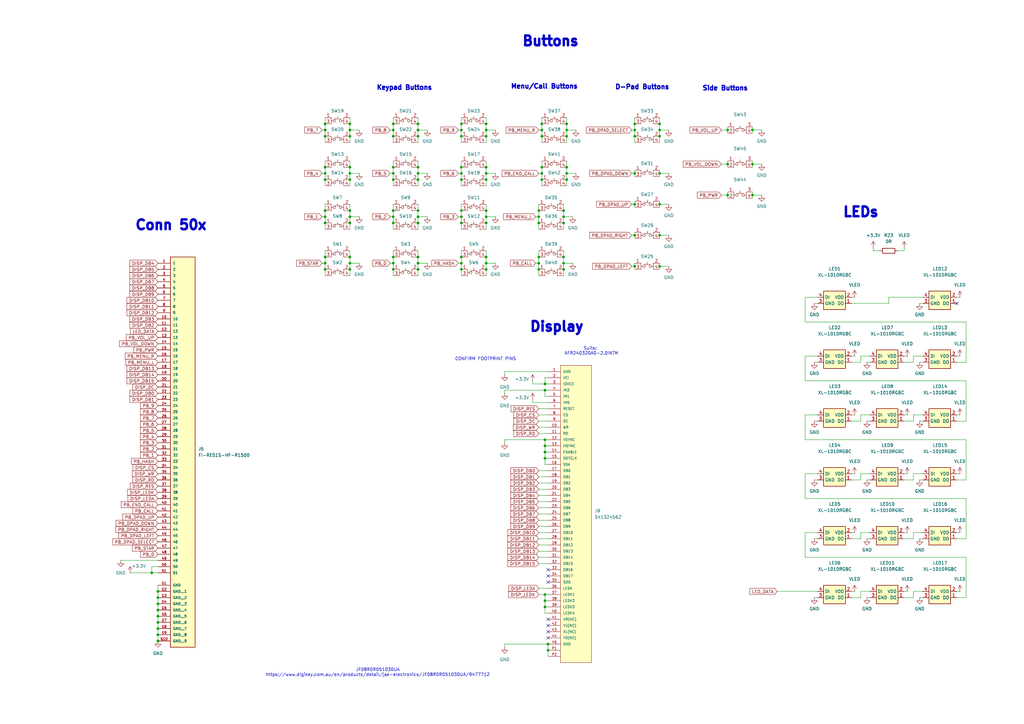
<source format=kicad_sch>
(kicad_sch (version 20250114) (generator "eeschema") (generator_version "9.0")
  (paper "A3")
  (text "D-Pad Buttons\n" (at 263.398 35.814 0) (effects (font (size 1.905 1.905) (thickness 1) (bold yes))))
  (text "CONFIRM FOOTPRINT PINS\n" (at 199.136 147.32 0) (effects (font (size 1.27 1.27))))
  (text "Menu/Call Buttons\n" (at 223.266 35.56 0) (effects (font (size 1.905 1.905) (thickness 1) (bold yes))))
  (text "Conn 50x\n" (at 70.104 92.456 0) (effects (font (size 4 4) (thickness 1) (bold yes))))
  (text "Keypad Buttons\n" (at 165.862 36.068 0) (effects (font (size 1.905 1.905) (thickness 1) (bold yes))))
  (text "LEDs\n" (at 353.06 87.122 0) (effects (font (size 4 4) (thickness 1) (bold yes))))
  (text "Buttons\n" (at 225.806 17.018 0) (effects (font (size 4 4) (thickness 1) (bold yes))))
  (text "JF08R0R051030UA\nhttps://www.digikey.com.au/en/products/detail/jae-electronics/JF08R0R051030UA/9477712" (at 154.94 275.844 0) (effects (font (size 1.27 1.27))))
  (text "Side Buttons\n\n" (at 297.434 37.846 0) (effects (font (size 1.905 1.905) (thickness 1) (bold yes))))
  (text "Suits: \nAFR240320A0-2.0INTM" (at 242.57 144.018 0) (effects (font (size 1.27 1.27))))
  (text "Display" (at 228.346 134.112 0) (effects (font (size 4 4) (thickness 1) (bold yes))))
  (junction (at 260.35 55.88))
  (junction (at 189.23 110.49))
  (junction (at 222.25 50.8))
  (junction (at 260.35 50.8))
  (junction (at 220.98 88.9))
  (junction (at 161.29 55.88))
  (junction (at 199.39 68.58))
  (junction (at 224.79 264.16))
  (junction (at 231.14 86.36))
  (junction (at 223.52 185.42))
  (junction (at 222.25 71.12))
  (junction (at 189.23 105.41))
  (junction (at 199.39 55.88))
  (junction (at 133.35 50.8))
  (junction (at 161.29 86.36))
  (junction (at 143.51 91.44))
  (junction (at 161.29 105.41))
  (junction (at 223.52 246.38))
  (junction (at 220.98 86.36))
  (junction (at 64.77 255.27))
  (junction (at 222.25 73.66))
  (junction (at 143.51 53.34))
  (junction (at 161.29 50.8))
  (junction (at 64.77 245.11))
  (junction (at 199.39 71.12))
  (junction (at 231.14 110.49))
  (junction (at 189.23 53.34))
  (junction (at 199.39 73.66))
  (junction (at 133.35 73.66))
  (junction (at 189.23 107.95))
  (junction (at 231.14 88.9))
  (junction (at 64.77 247.65))
  (junction (at 171.45 68.58))
  (junction (at 260.35 109.22))
  (junction (at 232.41 68.58))
  (junction (at 308.61 53.2978))
  (junction (at 64.77 252.73))
  (junction (at 143.51 105.41))
  (junction (at 171.45 86.36))
  (junction (at 143.51 86.36))
  (junction (at 143.51 88.9))
  (junction (at 133.35 55.88))
  (junction (at 133.35 107.95))
  (junction (at 223.52 160.02))
  (junction (at 133.35 110.49))
  (junction (at 223.52 182.88))
  (junction (at 64.77 242.57))
  (junction (at 232.41 73.66))
  (junction (at 270.51 50.8))
  (junction (at 189.23 71.12))
  (junction (at 260.35 71.12))
  (junction (at 308.61 67.31))
  (junction (at 223.52 187.96))
  (junction (at 232.41 55.88))
  (junction (at 171.45 71.12))
  (junction (at 270.51 53.34))
  (junction (at 189.23 88.9))
  (junction (at 64.77 250.19))
  (junction (at 199.39 107.95))
  (junction (at 143.51 55.88))
  (junction (at 171.45 105.41))
  (junction (at 199.39 50.8))
  (junction (at 143.51 107.95))
  (junction (at 260.35 96.52))
  (junction (at 231.14 107.95))
  (junction (at 143.51 50.8))
  (junction (at 199.39 105.41))
  (junction (at 161.29 110.49))
  (junction (at 260.35 83.82))
  (junction (at 133.35 71.12))
  (junction (at 308.61 80.01))
  (junction (at 133.35 68.58))
  (junction (at 220.98 107.95))
  (junction (at 161.29 73.66))
  (junction (at 222.25 68.58))
  (junction (at 143.51 71.12))
  (junction (at 222.25 53.34))
  (junction (at 199.39 88.9))
  (junction (at 171.45 73.66))
  (junction (at 171.45 55.88))
  (junction (at 232.41 50.8))
  (junction (at 199.39 91.44))
  (junction (at 189.23 73.66))
  (junction (at 231.14 91.44))
  (junction (at 64.77 260.35))
  (junction (at 161.29 88.9))
  (junction (at 270.51 55.88))
  (junction (at 260.35 53.34))
  (junction (at 133.35 86.36))
  (junction (at 143.51 68.58))
  (junction (at 223.52 243.84))
  (junction (at 64.77 262.89))
  (junction (at 171.45 53.34))
  (junction (at 161.29 53.34))
  (junction (at 231.14 105.41))
  (junction (at 133.35 53.34))
  (junction (at 189.23 91.44))
  (junction (at 64.77 257.81))
  (junction (at 222.25 55.88))
  (junction (at 161.29 107.95))
  (junction (at 232.41 53.34))
  (junction (at 199.39 86.36))
  (junction (at 223.52 180.34))
  (junction (at 143.51 73.66))
  (junction (at 133.35 88.9))
  (junction (at 220.98 110.49))
  (junction (at 223.52 248.92))
  (junction (at 171.45 110.49))
  (junction (at 171.45 91.44))
  (junction (at 161.29 68.58))
  (junction (at 224.79 266.7))
  (junction (at 298.45 80.01))
  (junction (at 62.23 234.95))
  (junction (at 199.39 110.49))
  (junction (at 189.23 55.88))
  (junction (at 189.23 68.58))
  (junction (at 143.51 110.49))
  (junction (at 161.29 71.12))
  (junction (at 171.45 107.95))
  (junction (at 298.45 67.31))
  (junction (at 270.51 96.52))
  (junction (at 298.45 53.34))
  (junction (at 223.52 157.48))
  (junction (at 189.23 86.36))
  (junction (at 133.35 91.44))
  (junction (at 232.41 71.12))
  (junction (at 270.51 83.82))
  (junction (at 270.51 71.12))
  (junction (at 161.29 91.44))
  (junction (at 199.39 53.34))
  (junction (at 270.51 109.22))
  (junction (at 220.98 91.44))
  (junction (at 220.98 105.41))
  (junction (at 171.45 50.8))
  (junction (at 133.35 105.41))
  (junction (at 171.45 88.9))
  (junction (at 189.23 50.8))
  (no_connect (at 224.79 238.76))
  (no_connect (at 392.43 124.46))
  (no_connect (at 224.79 261.62))
  (no_connect (at 224.79 256.54))
  (no_connect (at 224.79 254))
  (no_connect (at 224.79 233.68))
  (no_connect (at 224.79 259.08))
  (no_connect (at 224.79 236.22))
  (wire (pts (xy 171.45 83.82) (xy 171.45 86.36)))
  (wire (pts (xy 161.29 107.95) (xy 161.29 110.49)))
  (wire (pts (xy 133.35 86.36) (xy 133.35 88.9)))
  (wire (pts (xy 143.51 88.9) (xy 143.51 91.44)))
  (wire (pts (xy 161.29 50.8) (xy 161.29 53.34)))
  (wire (pts (xy 161.29 86.36) (xy 161.29 88.9)))
  (wire (pts (xy 374.65 245.11) (xy 370.84 245.11)))
  (wire (pts (xy 161.29 110.49) (xy 161.29 113.03)))
  (wire (pts (xy 171.45 66.04) (xy 171.45 68.58)))
  (wire (pts (xy 356.87 245.11) (xy 355.6 245.11)))
  (wire (pts (xy 393.7 121.92) (xy 392.43 121.92)))
  (wire (pts (xy 218.44 165.1) (xy 218.44 163.83)))
  (wire (pts (xy 220.98 223.52) (xy 224.79 223.52)))
  (wire (pts (xy 220.98 193.04) (xy 224.79 193.04)))
  (wire (pts (xy 220.98 175.26) (xy 224.79 175.26)))
  (wire (pts (xy 160.02 88.9) (xy 161.29 88.9)))
  (wire (pts (xy 223.52 154.94) (xy 223.52 157.48)))
  (wire (pts (xy 220.98 200.66) (xy 224.79 200.66)))
  (wire (pts (xy 231.14 107.95) (xy 234.95 107.95)))
  (wire (pts (xy 335.28 245.11) (xy 334.01 245.11)))
  (wire (pts (xy 133.35 83.82) (xy 133.35 86.36)))
  (wire (pts (xy 232.41 48.26) (xy 232.41 50.8)))
  (wire (pts (xy 222.25 71.12) (xy 222.25 73.66)))
  (wire (pts (xy 353.06 196.85) (xy 349.25 196.85)))
  (wire (pts (xy 133.35 53.34) (xy 133.35 55.88)))
  (wire (pts (xy 189.23 48.26) (xy 189.23 50.8)))
  (wire (pts (xy 171.45 88.9) (xy 171.45 91.44)))
  (wire (pts (xy 199.39 91.44) (xy 199.39 93.98)))
  (wire (pts (xy 260.35 55.88) (xy 260.35 58.42)))
  (wire (pts (xy 330.2 204.47) (xy 330.2 194.31)))
  (wire (pts (xy 133.35 48.26) (xy 133.35 50.8)))
  (wire (pts (xy 132.08 88.9) (xy 133.35 88.9)))
  (wire (pts (xy 370.84 102.87) (xy 370.84 101.6)))
  (wire (pts (xy 298.45 80.01) (xy 298.45 81.28)))
  (wire (pts (xy 220.98 88.9) (xy 220.98 91.44)))
  (wire (pts (xy 161.29 102.87) (xy 161.29 105.41)))
  (wire (pts (xy 161.29 73.66) (xy 161.29 76.2)))
  (wire (pts (xy 133.35 50.8) (xy 133.35 53.34)))
  (wire (pts (xy 220.98 105.41) (xy 220.98 107.95)))
  (wire (pts (xy 199.39 68.58) (xy 199.39 71.12)))
  (wire (pts (xy 223.52 190.5) (xy 223.52 187.96)))
  (wire (pts (xy 220.98 205.74) (xy 224.79 205.74)))
  (wire (pts (xy 260.35 95.25) (xy 260.35 96.52)))
  (wire (pts (xy 396.24 204.47) (xy 330.2 204.47)))
  (wire (pts (xy 222.25 48.26) (xy 222.25 50.8)))
  (wire (pts (xy 224.79 251.46) (xy 223.52 251.46)))
  (wire (pts (xy 350.52 194.31) (xy 349.25 194.31)))
  (wire (pts (xy 220.98 107.95) (xy 220.98 110.49)))
  (wire (pts (xy 160.02 107.95) (xy 161.29 107.95)))
  (wire (pts (xy 393.7 242.57) (xy 392.43 242.57)))
  (wire (pts (xy 358.14 101.6) (xy 358.14 102.87)))
  (wire (pts (xy 161.29 55.88) (xy 161.29 58.42)))
  (wire (pts (xy 260.35 83.82) (xy 260.35 85.09)))
  (wire (pts (xy 219.71 88.9) (xy 220.98 88.9)))
  (wire (pts (xy 189.23 105.41) (xy 189.23 107.95)))
  (wire (pts (xy 199.39 107.95) (xy 199.39 110.49)))
  (wire (pts (xy 330.2 170.18) (xy 335.28 170.18)))
  (wire (pts (xy 132.08 53.34) (xy 133.35 53.34)))
  (wire (pts (xy 189.23 50.8) (xy 189.23 53.34)))
  (wire (pts (xy 222.25 73.66) (xy 222.25 76.2)))
  (wire (pts (xy 308.61 80.01) (xy 308.61 81.28)))
  (wire (pts (xy 199.39 88.9) (xy 203.2 88.9)))
  (wire (pts (xy 353.06 148.59) (xy 349.25 148.59)))
  (wire (pts (xy 356.87 146.05) (xy 353.06 146.05)))
  (wire (pts (xy 220.98 172.72) (xy 224.79 172.72)))
  (wire (pts (xy 396.24 172.72) (xy 392.43 172.72)))
  (wire (pts (xy 372.11 146.05) (xy 370.84 146.05)))
  (wire (pts (xy 64.77 257.81) (xy 64.77 260.35)))
  (wire (pts (xy 378.46 220.98) (xy 377.19 220.98)))
  (wire (pts (xy 353.06 218.44) (xy 353.06 220.98)))
  (wire (pts (xy 133.35 105.41) (xy 133.35 107.95)))
  (wire (pts (xy 335.28 124.46) (xy 334.01 124.46)))
  (wire (pts (xy 350.52 218.44) (xy 349.25 218.44)))
  (wire (pts (xy 161.29 88.9) (xy 161.29 91.44)))
  (wire (pts (xy 231.14 88.9) (xy 234.95 88.9)))
  (wire (pts (xy 270.51 69.85) (xy 270.51 71.12)))
  (wire (pts (xy 393.7 170.18) (xy 392.43 170.18)))
  (wire (pts (xy 64.77 245.11) (xy 64.77 247.65)))
  (wire (pts (xy 224.79 243.84) (xy 223.52 243.84)))
  (wire (pts (xy 220.98 215.9) (xy 224.79 215.9)))
  (wire (pts (xy 231.14 105.41) (xy 231.14 107.95)))
  (wire (pts (xy 143.51 107.95) (xy 147.32 107.95)))
  (wire (pts (xy 161.29 53.34) (xy 161.29 55.88)))
  (wire (pts (xy 133.35 91.44) (xy 133.35 93.98)))
  (wire (pts (xy 133.35 107.95) (xy 133.35 110.49)))
  (wire (pts (xy 298.45 53.34) (xy 298.45 54.61)))
  (wire (pts (xy 356.87 148.59) (xy 355.6 148.59)))
  (wire (pts (xy 335.28 220.98) (xy 334.01 220.98)))
  (wire (pts (xy 396.24 220.98) (xy 392.43 220.98)))
  (wire (pts (xy 356.87 242.57) (xy 353.06 242.57)))
  (wire (pts (xy 199.39 53.34) (xy 199.39 55.88)))
  (wire (pts (xy 189.23 110.49) (xy 189.23 113.03)))
  (wire (pts (xy 171.45 50.8) (xy 171.45 53.34)))
  (wire (pts (xy 260.35 109.22) (xy 260.35 110.49)))
  (wire (pts (xy 171.45 55.88) (xy 171.45 58.42)))
  (wire (pts (xy 171.45 48.26) (xy 171.45 50.8)))
  (wire (pts (xy 231.14 91.44) (xy 231.14 93.98)))
  (wire (pts (xy 220.98 71.12) (xy 222.25 71.12)))
  (wire (pts (xy 143.51 110.49) (xy 143.51 113.03)))
  (wire (pts (xy 353.06 245.11) (xy 349.25 245.11)))
  (wire (pts (xy 231.14 110.49) (xy 231.14 113.03)))
  (wire (pts (xy 222.25 66.04) (xy 222.25 68.58)))
  (wire (pts (xy 220.98 220.98) (xy 224.79 220.98)))
  (wire (pts (xy 260.35 71.12) (xy 260.35 72.39)))
  (wire (pts (xy 231.14 86.36) (xy 231.14 88.9)))
  (wire (pts (xy 308.61 67.31) (xy 312.42 67.31)))
  (wire (pts (xy 224.79 152.4) (xy 207.01 152.4)))
  (wire (pts (xy 160.02 53.34) (xy 161.29 53.34)))
  (wire (pts (xy 270.51 71.12) (xy 274.32 71.12)))
  (wire (pts (xy 270.51 82.55) (xy 270.51 83.82)))
  (wire (pts (xy 220.98 203.2) (xy 224.79 203.2)))
  (wire (pts (xy 143.51 102.87) (xy 143.51 105.41)))
  (wire (pts (xy 308.61 78.74) (xy 308.61 80.01)))
  (wire (pts (xy 224.79 248.92) (xy 223.52 248.92)))
  (wire (pts (xy 232.41 55.88) (xy 232.41 58.42)))
  (wire (pts (xy 143.51 48.26) (xy 143.51 50.8)))
  (wire (pts (xy 161.29 68.58) (xy 161.29 71.12)))
  (wire (pts (xy 232.41 66.04) (xy 232.41 68.58)))
  (wire (pts (xy 207.01 264.16) (xy 207.01 265.43)))
  (wire (pts (xy 270.51 107.95) (xy 270.51 109.22)))
  (wire (pts (xy 330.2 228.6) (xy 330.2 218.44)))
  (wire (pts (xy 171.45 107.95) (xy 171.45 110.49)))
  (wire (pts (xy 64.77 252.73) (xy 64.77 255.27)))
  (wire (pts (xy 220.98 208.28) (xy 224.79 208.28)))
  (wire (pts (xy 350.52 146.05) (xy 349.25 146.05)))
  (wire (pts (xy 396.24 245.11) (xy 392.43 245.11)))
  (wire (pts (xy 295.91 67.31) (xy 298.45 67.31)))
  (wire (pts (xy 171.45 73.66) (xy 171.45 76.2)))
  (wire (pts (xy 171.45 71.12) (xy 175.26 71.12)))
  (wire (pts (xy 187.96 53.34) (xy 189.23 53.34)))
  (wire (pts (xy 393.7 218.44) (xy 392.43 218.44)))
  (wire (pts (xy 231.14 83.82) (xy 231.14 86.36)))
  (wire (pts (xy 189.23 86.36) (xy 189.23 88.9)))
  (wire (pts (xy 232.41 73.66) (xy 232.41 76.2)))
  (wire (pts (xy 171.45 102.87) (xy 171.45 105.41)))
  (wire (pts (xy 374.65 170.18) (xy 374.65 172.72)))
  (wire (pts (xy 220.98 167.64) (xy 224.79 167.64)))
  (wire (pts (xy 161.29 48.26) (xy 161.29 50.8)))
  (wire (pts (xy 143.51 50.8) (xy 143.51 53.34)))
  (wire (pts (xy 220.98 210.82) (xy 224.79 210.82)))
  (wire (pts (xy 133.35 71.12) (xy 133.35 73.66)))
  (wire (pts (xy 260.35 50.8) (xy 260.35 53.34)))
  (wire (pts (xy 353.06 242.57) (xy 353.06 245.11)))
  (wire (pts (xy 171.45 71.12) (xy 171.45 73.66)))
  (wire (pts (xy 187.96 88.9) (xy 189.23 88.9)))
  (wire (pts (xy 378.46 172.72) (xy 377.19 172.72)))
  (wire (pts (xy 189.23 55.88) (xy 189.23 58.42)))
  (wire (pts (xy 270.51 109.22) (xy 270.51 110.49)))
  (wire (pts (xy 143.51 83.82) (xy 143.51 86.36)))
  (wire (pts (xy 372.11 218.44) (xy 370.84 218.44)))
  (wire (pts (xy 378.46 170.18) (xy 374.65 170.18)))
  (wire (pts (xy 396.24 132.08) (xy 330.2 132.08)))
  (wire (pts (xy 219.71 107.95) (xy 220.98 107.95)))
  (wire (pts (xy 330.2 132.08) (xy 330.2 121.92)))
  (wire (pts (xy 231.14 88.9) (xy 231.14 91.44)))
  (wire (pts (xy 223.52 185.42) (xy 223.52 182.88)))
  (wire (pts (xy 220.98 241.3) (xy 224.79 241.3)))
  (wire (pts (xy 143.51 86.36) (xy 143.51 88.9)))
  (wire (pts (xy 220.98 213.36) (xy 224.79 213.36)))
  (wire (pts (xy 259.08 71.12) (xy 260.35 71.12)))
  (wire (pts (xy 223.52 160.02) (xy 223.52 162.56)))
  (wire (pts (xy 223.52 185.42) (xy 224.79 185.42)))
  (wire (pts (xy 356.87 218.44) (xy 353.06 218.44)))
  (wire (pts (xy 353.06 170.18) (xy 353.06 172.72)))
  (wire (pts (xy 187.96 71.12) (xy 189.23 71.12)))
  (wire (pts (xy 396.24 148.59) (xy 392.43 148.59)))
  (wire (pts (xy 270.51 109.22) (xy 274.32 109.22)))
  (wire (pts (xy 62.23 232.41) (xy 62.23 234.95)))
  (wire (pts (xy 374.65 148.59) (xy 370.84 148.59)))
  (wire (pts (xy 378.46 124.46) (xy 377.19 124.46)))
  (wire (pts (xy 133.35 73.66) (xy 133.35 76.2)))
  (wire (pts (xy 396.24 228.6) (xy 330.2 228.6)))
  (wire (pts (xy 223.52 246.38) (xy 224.79 246.38)))
  (wire (pts (xy 220.98 218.44) (xy 224.79 218.44)))
  (wire (pts (xy 199.39 105.41) (xy 199.39 107.95)))
  (wire (pts (xy 143.51 107.95) (xy 143.51 110.49)))
  (wire (pts (xy 396.24 156.21) (xy 330.2 156.21)))
  (wire (pts (xy 308.61 53.2978) (xy 312.42 53.2978)))
  (wire (pts (xy 378.46 146.05) (xy 374.65 146.05)))
  (wire (pts (xy 187.96 107.95) (xy 189.23 107.95)))
  (wire (pts (xy 199.39 66.04) (xy 199.39 68.58)))
  (wire (pts (xy 62.23 234.95) (xy 64.77 234.95)))
  (wire (pts (xy 330.2 146.05) (xy 335.28 146.05)))
  (wire (pts (xy 171.45 105.41) (xy 171.45 107.95)))
  (wire (pts (xy 374.65 146.05) (xy 374.65 148.59)))
  (wire (pts (xy 330.2 121.92) (xy 335.28 121.92)))
  (wire (pts (xy 378.46 121.92) (xy 364.49 121.92)))
  (wire (pts (xy 298.45 52.07) (xy 298.45 53.34)))
  (wire (pts (xy 133.35 102.87) (xy 133.35 105.41)))
  (wire (pts (xy 356.87 172.72) (xy 355.6 172.72)))
  (wire (pts (xy 372.11 170.18) (xy 370.84 170.18)))
  (wire (pts (xy 372.11 242.57) (xy 370.84 242.57)))
  (wire (pts (xy 199.39 73.66) (xy 199.39 76.2)))
  (wire (pts (xy 220.98 110.49) (xy 220.98 113.03)))
  (wire (pts (xy 64.77 260.35) (xy 64.77 262.89)))
  (wire (pts (xy 199.39 53.34) (xy 203.2 53.34)))
  (wire (pts (xy 223.52 180.34) (xy 223.52 182.88)))
  (wire (pts (xy 222.25 55.88) (xy 222.25 58.42)))
  (wire (pts (xy 295.91 53.34) (xy 298.45 53.34)))
  (wire (pts (xy 378.46 245.11) (xy 377.19 245.11)))
  (wire (pts (xy 143.51 55.88) (xy 143.51 58.42)))
  (wire (pts (xy 171.45 53.34) (xy 175.26 53.34)))
  (wire (pts (xy 220.98 243.84) (xy 223.52 243.84)))
  (wire (pts (xy 298.45 67.31) (xy 298.45 68.58)))
  (wire (pts (xy 378.46 148.59) (xy 377.19 148.59)))
  (wire (pts (xy 223.52 248.92) (xy 223.52 246.38)))
  (wire (pts (xy 224.79 266.7) (xy 224.79 269.24)))
  (wire (pts (xy 189.23 66.04) (xy 189.23 68.58)))
  (wire (pts (xy 171.45 86.36) (xy 171.45 88.9)))
  (wire (pts (xy 353.06 220.98) (xy 349.25 220.98)))
  (wire (pts (xy 220.98 231.14) (xy 224.79 231.14)))
  (wire (pts (xy 224.79 264.16) (xy 224.79 266.7)))
  (wire (pts (xy 220.98 83.82) (xy 220.98 86.36)))
  (wire (pts (xy 356.87 170.18) (xy 353.06 170.18)))
  (wire (pts (xy 393.7 194.31) (xy 392.43 194.31)))
  (wire (pts (xy 64.77 255.27) (xy 64.77 257.81)))
  (wire (pts (xy 259.08 96.52) (xy 260.35 96.52)))
  (wire (pts (xy 396.24 196.85) (xy 392.43 196.85)))
  (wire (pts (xy 308.61 80.01) (xy 312.42 80.01)))
  (wire (pts (xy 396.24 156.21) (xy 396.24 172.72)))
  (wire (pts (xy 207.01 160.02) (xy 207.01 161.29)))
  (wire (pts (xy 161.29 83.82) (xy 161.29 86.36)))
  (wire (pts (xy 224.79 154.94) (xy 223.52 154.94)))
  (wire (pts (xy 396.24 204.47) (xy 396.24 220.98)))
  (wire (pts (xy 396.24 180.34) (xy 330.2 180.34)))
  (wire (pts (xy 335.28 148.59) (xy 334.01 148.59)))
  (wire (pts (xy 133.35 68.58) (xy 133.35 71.12)))
  (wire (pts (xy 171.45 110.49) (xy 171.45 113.03)))
  (wire (pts (xy 318.77 242.57) (xy 335.28 242.57)))
  (wire (pts (xy 224.79 264.16) (xy 207.01 264.16)))
  (wire (pts (xy 364.49 121.92) (xy 364.49 124.46)))
  (wire (pts (xy 260.35 69.85) (xy 260.35 71.12)))
  (wire (pts (xy 330.2 218.44) (xy 335.28 218.44)))
  (wire (pts (xy 330.2 194.31) (xy 335.28 194.31)))
  (wire (pts (xy 270.51 53.34) (xy 274.32 53.34)))
  (wire (pts (xy 220.98 177.8) (xy 224.79 177.8)))
  (wire (pts (xy 143.51 66.04) (xy 143.51 68.58)))
  (wire (pts (xy 224.79 187.96) (xy 223.52 187.96)))
  (wire (pts (xy 308.61 67.31) (xy 308.61 68.58)))
  (wire (pts (xy 270.51 71.12) (xy 270.51 72.39)))
  (wire (pts (xy 350.52 121.92) (xy 349.25 121.92)))
  (wire (pts (xy 222.25 68.58) (xy 222.25 71.12)))
  (wire (pts (xy 220.98 86.36) (xy 220.98 88.9)))
  (wire (pts (xy 223.52 157.48) (xy 218.44 157.48)))
  (wire (pts (xy 160.02 71.12) (xy 161.29 71.12)))
  (wire (pts (xy 298.45 78.74) (xy 298.45 80.01)))
  (wire (pts (xy 356.87 196.85) (xy 355.6 196.85)))
  (wire (pts (xy 143.51 53.34) (xy 147.32 53.34)))
  (wire (pts (xy 199.39 86.36) (xy 199.39 88.9)))
  (wire (pts (xy 374.65 172.72) (xy 370.84 172.72)))
  (wire (pts (xy 189.23 91.44) (xy 189.23 93.98)))
  (wire (pts (xy 199.39 83.82) (xy 199.39 86.36)))
  (wire (pts (xy 220.98 195.58) (xy 224.79 195.58)))
  (wire (pts (xy 161.29 105.41) (xy 161.29 107.95)))
  (wire (pts (xy 298.45 66.04) (xy 298.45 67.31)))
  (wire (pts (xy 189.23 71.12) (xy 189.23 73.66)))
  (wire (pts (xy 231.14 107.95) (xy 231.14 110.49)))
  (wire (pts (xy 374.65 242.57) (xy 374.65 245.11)))
  (wire (pts (xy 356.87 194.31) (xy 353.06 194.31)))
  (wire (pts (xy 270.51 48.26) (xy 270.51 50.8)))
  (wire (pts (xy 308.61 52.07) (xy 308.61 53.2978)))
  (wire (pts (xy 353.06 172.72) (xy 349.25 172.72)))
  (wire (pts (xy 220.98 226.06) (xy 224.79 226.06)))
  (wire (pts (xy 270.51 96.52) (xy 274.32 96.52)))
  (wire (pts (xy 353.06 194.31) (xy 353.06 196.85)))
  (wire (pts (xy 64.77 250.19) (xy 64.77 252.73)))
  (wire (pts (xy 372.11 194.31) (xy 370.84 194.31)))
  (wire (pts (xy 308.61 53.2978) (xy 308.61 54.61)))
  (wire (pts (xy 161.29 66.04) (xy 161.29 68.58)))
  (wire (pts (xy 199.39 71.12) (xy 199.39 73.66)))
  (wire (pts (xy 64.77 240.03) (xy 64.77 242.57)))
  (wire (pts (xy 350.52 170.18) (xy 349.25 170.18)))
  (wire (pts (xy 223.52 187.96) (xy 223.52 185.42)))
  (wire (pts (xy 132.08 71.12) (xy 133.35 71.12)))
  (wire (pts (xy 378.46 242.57) (xy 374.65 242.57)))
  (wire (pts (xy 224.79 180.34) (xy 223.52 180.34)))
  (wire (pts (xy 189.23 83.82) (xy 189.23 86.36)))
  (wire (pts (xy 220.98 91.44) (xy 220.98 93.98)))
  (wire (pts (xy 374.65 220.98) (xy 370.84 220.98)))
  (wire (pts (xy 199.39 48.26) (xy 199.39 50.8)))
  (wire (pts (xy 143.51 71.12) (xy 143.51 73.66)))
  (wire (pts (xy 232.41 71.12) (xy 232.41 73.66)))
  (wire (pts (xy 132.08 107.95) (xy 133.35 107.95)))
  (wire (pts (xy 335.28 172.72) (xy 334.01 172.72)))
  (wire (pts (xy 364.49 124.46) (xy 349.25 124.46)))
  (wire (pts (xy 374.65 196.85) (xy 370.84 196.85)))
  (wire (pts (xy 143.51 71.12) (xy 147.32 71.12)))
  (wire (pts (xy 220.98 53.34) (xy 222.25 53.34)))
  (wire (pts (xy 270.51 95.25) (xy 270.51 96.52)))
  (wire (pts (xy 232.41 53.34) (xy 236.22 53.34)))
  (wire (pts (xy 171.45 53.34) (xy 171.45 55.88)))
  (wire (pts (xy 220.98 170.18) (xy 224.79 170.18)))
  (wire (pts (xy 378.46 218.44) (xy 374.65 218.44)))
  (wire (pts (xy 396.24 132.08) (xy 396.24 148.59)))
  (wire (pts (xy 350.52 242.57) (xy 349.25 242.57)))
  (wire (pts (xy 260.35 82.55) (xy 260.35 83.82)))
  (wire (pts (xy 207.01 180.34) (xy 207.01 181.61)))
  (wire (pts (xy 368.3 102.87) (xy 370.84 102.87)))
  (wire (pts (xy 143.51 91.44) (xy 143.51 93.98)))
  (wire (pts (xy 259.08 109.22) (xy 260.35 109.22)))
  (wire (pts (xy 143.51 105.41) (xy 143.51 107.95)))
  (wire (pts (xy 133.35 66.04) (xy 133.35 68.58)))
  (wire (pts (xy 53.34 234.95) (xy 62.23 234.95)))
  (wire (pts (xy 295.91 80.01) (xy 298.45 80.01)))
  (wire (pts (xy 199.39 88.9) (xy 199.39 91.44)))
  (wire (pts (xy 199.39 50.8) (xy 199.39 53.34)))
  (wire (pts (xy 171.45 88.9) (xy 175.26 88.9)))
  (wire (pts (xy 143.51 53.34) (xy 143.51 55.88)))
  (wire (pts (xy 161.29 91.44) (xy 161.29 93.98)))
  (wire (pts (xy 161.29 71.12) (xy 161.29 73.66)))
  (wire (pts (xy 374.65 194.31) (xy 374.65 196.85)))
  (wire (pts (xy 259.08 53.34) (xy 260.35 53.34)))
  (wire (pts (xy 207.01 152.4) (xy 207.01 153.67)))
  (wire (pts (xy 133.35 55.88) (xy 133.35 58.42)))
  (wire (pts (xy 270.51 50.8) (xy 270.51 53.34)))
  (wire (pts (xy 171.45 91.44) (xy 171.45 93.98)))
  (wire (pts (xy 171.45 107.95) (xy 175.26 107.95)))
  (wire (pts (xy 259.08 83.82) (xy 260.35 83.82)))
  (wire (pts (xy 378.46 196.85) (xy 377.19 196.85)))
  (wire (pts (xy 64.77 247.65) (xy 64.77 250.19)))
  (wire (pts (xy 378.46 194.31) (xy 374.65 194.31)))
  (wire (pts (xy 49.53 229.87) (xy 64.77 229.87)))
  (wire (pts (xy 270.51 83.82) (xy 274.32 83.82)))
  (wire (pts (xy 143.51 88.9) (xy 147.32 88.9)))
  (wire (pts (xy 270.51 83.82) (xy 270.51 85.09)))
  (wire (pts (xy 199.39 107.95) (xy 203.2 107.95)))
  (wire (pts (xy 189.23 73.66) (xy 189.23 76.2)))
  (wire (pts (xy 199.39 110.49) (xy 199.39 113.03)))
  (wire (pts (xy 356.87 220.98) (xy 355.6 220.98)))
  (wire (pts (xy 393.7 146.05) (xy 392.43 146.05)))
  (wire (pts (xy 189.23 68.58) (xy 189.23 71.12)))
  (wire (pts (xy 220.98 102.87) (xy 220.98 105.41)))
  (wire (pts (xy 189.23 102.87) (xy 189.23 105.41)))
  (wire (pts (xy 199.39 55.88) (xy 199.39 58.42)))
  (wire (pts (xy 353.06 146.05) (xy 353.06 148.59)))
  (wire (pts (xy 260.35 53.34) (xy 260.35 55.88)))
  (wire (pts (xy 232.41 68.58) (xy 232.41 71.12)))
  (wire (pts (xy 330.2 156.21) (xy 330.2 146.05)))
  (wire (pts (xy 199.39 71.12) (xy 203.2 71.12)))
  (wire (pts (xy 223.52 243.84) (xy 223.52 246.38)))
  (wire (pts (xy 270.51 55.88) (xy 270.51 58.42)))
  (wire (pts (xy 330.2 180.34) (xy 330.2 170.18)))
  (wire (pts (xy 133.35 110.49) (xy 133.35 113.03)))
  (wire (pts (xy 220.98 198.12) (xy 224.79 198.12)))
  (wire (pts (xy 231.14 102.87) (xy 231.14 105.41)))
  (wire (pts (xy 223.52 251.46) (xy 223.52 248.92)))
  (wire (pts (xy 171.45 68.58) (xy 171.45 71.12)))
  (wire (pts (xy 335.28 196.85) (xy 334.01 196.85)))
  (wire (pts (xy 308.61 66.04) (xy 308.61 67.31)))
  (wire (pts (xy 260.35 48.26) (xy 260.35 50.8)))
  (wire (pts (xy 222.25 50.8) (xy 222.25 53.34)))
  (wire (pts (xy 207.01 160.02) (xy 223.52 160.02)))
  (wire (pts (xy 224.79 165.1) (xy 218.44 165.1)))
  (wire (pts (xy 224.79 182.88) (xy 223.52 182.88)))
  (wire (pts (xy 189.23 53.34) (xy 189.23 55.88)))
  (wire (pts (xy 189.23 107.95) (xy 189.23 110.49)))
  (wire (pts (xy 189.23 88.9) (xy 189.23 91.44)))
  (wire (pts (xy 143.51 73.66) (xy 143.51 76.2)))
  (wire (pts (xy 224.79 190.5) (xy 223.52 190.5)))
  (wire (pts (xy 222.25 53.34) (xy 222.25 55.88)))
  (wire (pts (xy 199.39 102.87) (xy 199.39 105.41)))
  (wire (pts (xy 223.52 162.56) (xy 224.79 162.56)))
  (wire (pts (xy 224.79 157.48) (xy 223.52 157.48)))
  (wire (pts (xy 133.35 88.9) (xy 133.35 91.44)))
  (wire (pts (xy 374.65 218.44) (xy 374.65 220.98)))
  (wire (pts (xy 232.41 53.34) (xy 232.41 55.88)))
  (wire (pts (xy 260.35 96.52) (xy 260.35 97.79)))
  (wire (pts (xy 218.44 156.21) (xy 218.44 157.48)))
  (wire (pts (xy 396.24 180.34) (xy 396.24 196.85)))
  (wire (pts (xy 64.77 242.57) (xy 64.77 245.11)))
  (wire (pts (xy 224.79 160.02) (xy 223.52 160.02)))
  (wire (pts (xy 270.51 53.34) (xy 270.51 55.88)))
  (wire (pts (xy 232.41 50.8) (xy 232.41 53.34)))
  (wire (pts (xy 396.24 228.6) (xy 396.24 245.11)))
  (wire (pts (xy 64.77 232.41) (xy 62.23 232.41)))
  (wire (pts (xy 220.98 228.6) (xy 224.79 228.6)))
  (wire (pts (xy 260.35 107.95) (xy 260.35 109.22)))
  (wire (pts (xy 143.51 68.58) (xy 143.51 71.12)))
  (wire (pts (xy 358.14 102.87) (xy 360.68 102.87)))
  (wire (pts (xy 232.41 71.12) (xy 236.22 71.12)))
  (wire (pts (xy 223.52 180.34) (xy 207.01 180.34)))
  (wire (pts (xy 270.51 96.52) (xy 270.51 97.79)))
  (global_label "DISP_DB3" (shape input) (at 220.98 200.66 180) (property "Intersheetrefs" "${INTERSHEET_REFS}" (effects (hide yes))))
  (global_label "DISP_DB5" (shape input) (at 220.98 205.74 180) (property "Intersheetrefs" "${INTERSHEET_REFS}" (effects (hide yes))))
  (global_label "PB_6" (shape input) (at 64.77 173.99 180) (property "Intersheetrefs" "${INTERSHEET_REFS}" (effects (hide yes))))
  (global_label "PB_STAR" (shape input) (at 132.08 107.95 180) (property "Intersheetrefs" "${INTERSHEET_REFS}" (effects (hide yes))))
  (global_label "DISP_DB12" (shape input) (at 220.98 223.52 180) (property "Intersheetrefs" "${INTERSHEET_REFS}" (effects (hide yes))))
  (global_label "DISP_LEDK" (shape input) (at 64.77 201.93 180) (property "Intersheetrefs" "${INTERSHEET_REFS}" (effects (hide yes))))
  (global_label "DISP_DB15" (shape input) (at 220.98 231.14 180) (property "Intersheetrefs" "${INTERSHEET_REFS}" (effects (hide yes))))
  (global_label "PB_3" (shape input) (at 187.96 88.9 180) (property "Intersheetrefs" "${INTERSHEET_REFS}" (effects (hide yes))))
  (global_label "DISP_WR" (shape input) (at 64.77 194.31 180) (property "Intersheetrefs" "${INTERSHEET_REFS}" (effects (hide yes))))
  (global_label "DISP_LEDA" (shape input) (at 220.98 241.3 180) (property "Intersheetrefs" "${INTERSHEET_REFS}" (effects (hide yes))))
  (global_label "DISP_DB2" (shape input) (at 220.98 198.12 180) (property "Intersheetrefs" "${INTERSHEET_REFS}" (effects (hide yes))))
  (global_label "PB_MENU_R" (shape input) (at 64.77 146.05 180) (property "Intersheetrefs" "${INTERSHEET_REFS}" (effects (hide yes))))
  (global_label "DISP_DB3" (shape input) (at 64.77 130.81 180) (property "Intersheetrefs" "${INTERSHEET_REFS}" (effects (hide yes))))
  (global_label "PB_3" (shape input) (at 64.77 181.61 180) (property "Intersheetrefs" "${INTERSHEET_REFS}" (effects (hide yes))))
  (global_label "DISP_DB7" (shape input) (at 220.98 210.82 180) (property "Intersheetrefs" "${INTERSHEET_REFS}" (effects (hide yes))))
  (global_label "DISP_DB0" (shape input) (at 220.98 193.04 180) (property "Intersheetrefs" "${INTERSHEET_REFS}" (effects (hide yes))))
  (global_label "PB_8" (shape input) (at 160.02 53.34 180) (property "Intersheetrefs" "${INTERSHEET_REFS}" (effects (hide yes))))
  (global_label "PB_END_CALL" (shape input) (at 64.77 207.01 180) (property "Intersheetrefs" "${INTERSHEET_REFS}" (effects (hide yes))))
  (global_label "PB_CALL" (shape input) (at 219.71 107.95 180) (property "Intersheetrefs" "${INTERSHEET_REFS}" (effects (hide yes))))
  (global_label "DISP_RD" (shape input) (at 64.77 196.85 180) (property "Intersheetrefs" "${INTERSHEET_REFS}" (effects (hide yes))))
  (global_label "PB_HASH" (shape input) (at 64.77 189.23 180) (property "Intersheetrefs" "${INTERSHEET_REFS}" (effects (hide yes))))
  (global_label "PB_4" (shape input) (at 132.08 71.12 180) (property "Intersheetrefs" "${INTERSHEET_REFS}" (effects (hide yes))))
  (global_label "PB_DPAD_RIGHT" (shape input) (at 259.08 96.52 180) (property "Intersheetrefs" "${INTERSHEET_REFS}" (effects (hide yes))))
  (global_label "DISP_DC" (shape input) (at 64.77 158.75 180) (property "Intersheetrefs" "${INTERSHEET_REFS}" (effects (hide yes))))
  (global_label "DISP_DB9" (shape input) (at 64.77 120.65 180) (property "Intersheetrefs" "${INTERSHEET_REFS}" (effects (hide yes))))
  (global_label "DISP_DB5" (shape input) (at 64.77 110.49 180) (property "Intersheetrefs" "${INTERSHEET_REFS}" (effects (hide yes))))
  (global_label "PB_PWR" (shape input) (at 295.91 80.01 180) (property "Intersheetrefs" "${INTERSHEET_REFS}" (effects (hide yes))))
  (global_label "PB_VOL_UP" (shape input) (at 64.77 138.43 180) (property "Intersheetrefs" "${INTERSHEET_REFS}" (effects (hide yes))))
  (global_label "DISP_DB7" (shape input) (at 64.77 115.57 180) (property "Intersheetrefs" "${INTERSHEET_REFS}" (effects (hide yes))))
  (global_label "PB_0" (shape input) (at 64.77 227.33 180) (property "Intersheetrefs" "${INTERSHEET_REFS}" (effects (hide yes))))
  (global_label "PB_END_CALL" (shape input) (at 220.98 71.12 180) (property "Intersheetrefs" "${INTERSHEET_REFS}" (effects (hide yes))))
  (global_label "DISP_LEDA" (shape input) (at 64.77 204.47 180) (property "Intersheetrefs" "${INTERSHEET_REFS}" (effects (hide yes))))
  (global_label "LED_DATA" (shape input) (at 64.77 135.89 180) (property "Intersheetrefs" "${INTERSHEET_REFS}" (effects (hide yes))))
  (global_label "DISP_DB1" (shape input) (at 64.77 163.83 180) (property "Intersheetrefs" "${INTERSHEET_REFS}" (effects (hide yes))))
  (global_label "DISP_DB10" (shape input) (at 64.77 123.19 180) (property "Intersheetrefs" "${INTERSHEET_REFS}" (effects (hide yes))))
  (global_label "PB_VOL_DOWN" (shape input) (at 295.91 67.31 180) (property "Intersheetrefs" "${INTERSHEET_REFS}" (effects (hide yes))))
  (global_label "DISP_RD" (shape input) (at 220.98 177.8 180) (property "Intersheetrefs" "${INTERSHEET_REFS}" (effects (hide yes))))
  (global_label "DISP_DB1" (shape input) (at 220.98 195.58 180) (property "Intersheetrefs" "${INTERSHEET_REFS}" (effects (hide yes))))
  (global_label "PB_DPAD_DOWN" (shape input) (at 64.77 214.63 180) (property "Intersheetrefs" "${INTERSHEET_REFS}" (effects (hide yes))))
  (global_label "DISP_DB8" (shape input) (at 64.77 118.11 180) (property "Intersheetrefs" "${INTERSHEET_REFS}" (effects (hide yes))))
  (global_label "DISP_CS" (shape input) (at 220.98 170.18 180) (property "Intersheetrefs" "${INTERSHEET_REFS}" (effects (hide yes))))
  (global_label "PB_DPAD_LEFT" (shape input) (at 64.77 219.71 180) (property "Intersheetrefs" "${INTERSHEET_REFS}" (effects (hide yes))))
  (global_label "PB_VOL_DOWN" (shape input) (at 64.77 140.97 180) (property "Intersheetrefs" "${INTERSHEET_REFS}" (effects (hide yes))))
  (global_label "LED_DATA" (shape input) (at 318.77 242.57 180) (property "Intersheetrefs" "${INTERSHEET_REFS}" (effects (hide yes))))
  (global_label "PB_PWR" (shape input) (at 64.77 143.51 180) (property "Intersheetrefs" "${INTERSHEET_REFS}" (effects (hide yes))))
  (global_label "DISP_LEDK" (shape input) (at 220.98 243.84 180) (property "Intersheetrefs" "${INTERSHEET_REFS}" (effects (hide yes))))
  (global_label "DISP_DB2" (shape input) (at 64.77 133.35 180) (property "Intersheetrefs" "${INTERSHEET_REFS}" (effects (hide yes))))
  (global_label "PB_1" (shape input) (at 132.08 88.9 180) (property "Intersheetrefs" "${INTERSHEET_REFS}" (effects (hide yes))))
  (global_label "PB_7" (shape input) (at 132.08 53.34 180) (property "Intersheetrefs" "${INTERSHEET_REFS}" (effects (hide yes))))
  (global_label "PB_DPAD_UP" (shape input) (at 259.08 83.82 180) (property "Intersheetrefs" "${INTERSHEET_REFS}" (effects (hide yes))))
  (global_label "PB_2" (shape input) (at 160.02 88.9 180) (property "Intersheetrefs" "${INTERSHEET_REFS}" (effects (hide yes))))
  (global_label "DISP_DB6" (shape input) (at 64.77 113.03 180) (property "Intersheetrefs" "${INTERSHEET_REFS}" (effects (hide yes))))
  (global_label "DISP_DB4" (shape input) (at 220.98 203.2 180) (property "Intersheetrefs" "${INTERSHEET_REFS}" (effects (hide yes))))
  (global_label "PB_9" (shape input) (at 64.77 166.37 180) (property "Intersheetrefs" "${INTERSHEET_REFS}" (effects (hide yes))))
  (global_label "DISP_DB6" (shape input) (at 220.98 208.28 180) (property "Intersheetrefs" "${INTERSHEET_REFS}" (effects (hide yes))))
  (global_label "PB_1" (shape input) (at 64.77 186.69 180) (property "Intersheetrefs" "${INTERSHEET_REFS}" (effects (hide yes))))
  (global_label "DISP_DB11" (shape input) (at 64.77 125.73 180) (property "Intersheetrefs" "${INTERSHEET_REFS}" (effects (hide yes))))
  (global_label "PB_DPAD_SELECT" (shape input) (at 259.08 53.34 180) (property "Intersheetrefs" "${INTERSHEET_REFS}" (effects (hide yes))))
  (global_label "PB_DPAD_DOWN" (shape input) (at 259.08 71.12 180) (property "Intersheetrefs" "${INTERSHEET_REFS}" (effects (hide yes))))
  (global_label "DISP_DB4" (shape input) (at 64.77 107.95 180) (property "Intersheetrefs" "${INTERSHEET_REFS}" (effects (hide yes))))
  (global_label "DISP_DB12" (shape input) (at 64.77 128.27 180) (property "Intersheetrefs" "${INTERSHEET_REFS}" (effects (hide yes))))
  (global_label "PB_4" (shape input) (at 64.77 179.07 180) (property "Intersheetrefs" "${INTERSHEET_REFS}" (effects (hide yes))))
  (global_label "PB_5" (shape input) (at 64.77 176.53 180) (property "Intersheetrefs" "${INTERSHEET_REFS}" (effects (hide yes))))
  (global_label "DISP_DC" (shape input) (at 220.98 172.72 180) (property "Intersheetrefs" "${INTERSHEET_REFS}" (effects (hide yes))))
  (global_label "DISP_DB10" (shape input) (at 220.98 218.44 180) (property "Intersheetrefs" "${INTERSHEET_REFS}" (effects (hide yes))))
  (global_label "DISP_DB13" (shape input) (at 64.77 151.13 180) (property "Intersheetrefs" "${INTERSHEET_REFS}" (effects (hide yes))))
  (global_label "DISP_DB8" (shape input) (at 220.98 213.36 180) (property "Intersheetrefs" "${INTERSHEET_REFS}" (effects (hide yes))))
  (global_label "PB_2" (shape input) (at 64.77 184.15 180) (property "Intersheetrefs" "${INTERSHEET_REFS}" (effects (hide yes))))
  (global_label "PB_MENU_R" (shape input) (at 220.98 53.34 180) (property "Intersheetrefs" "${INTERSHEET_REFS}" (effects (hide yes))))
  (global_label "DISP_RES" (shape input) (at 220.98 167.64 180) (property "Intersheetrefs" "${INTERSHEET_REFS}" (effects (hide yes))))
  (global_label "DISP_DB14" (shape input) (at 220.98 228.6 180) (property "Intersheetrefs" "${INTERSHEET_REFS}" (effects (hide yes))))
  (global_label "PB_DPAD_SELECT" (shape input) (at 64.77 222.25 180) (property "Intersheetrefs" "${INTERSHEET_REFS}" (effects (hide yes))))
  (global_label "PB_6" (shape input) (at 187.96 71.12 180) (property "Intersheetrefs" "${INTERSHEET_REFS}" (effects (hide yes))))
  (global_label "DISP_DB15" (shape input) (at 64.77 156.21 180) (property "Intersheetrefs" "${INTERSHEET_REFS}" (effects (hide yes))))
  (global_label "PB_MENU_L" (shape input) (at 64.77 148.59 180) (property "Intersheetrefs" "${INTERSHEET_REFS}" (effects (hide yes))))
  (global_label "DISP_CS" (shape input) (at 64.77 191.77 180) (property "Intersheetrefs" "${INTERSHEET_REFS}" (effects (hide yes))))
  (global_label "DISP_DB0" (shape input) (at 64.77 161.29 180) (property "Intersheetrefs" "${INTERSHEET_REFS}" (effects (hide yes))))
  (global_label "DISP_RES" (shape input) (at 64.77 199.39 180) (property "Intersheetrefs" "${INTERSHEET_REFS}" (effects (hide yes))))
  (global_label "PB_MENU_L" (shape input) (at 219.71 88.9 180) (property "Intersheetrefs" "${INTERSHEET_REFS}" (effects (hide yes))))
  (global_label "PB_5" (shape input) (at 160.02 71.12 180) (property "Intersheetrefs" "${INTERSHEET_REFS}" (effects (hide yes))))
  (global_label "PB_STAR" (shape input) (at 64.77 224.79 180) (property "Intersheetrefs" "${INTERSHEET_REFS}" (effects (hide yes))))
  (global_label "DISP_DB11" (shape input) (at 220.98 220.98 180) (property "Intersheetrefs" "${INTERSHEET_REFS}" (effects (hide yes))))
  (global_label "DISP_WR" (shape input) (at 220.98 175.26 180) (property "Intersheetrefs" "${INTERSHEET_REFS}" (effects (hide yes))))
  (global_label "PB_HASH" (shape input) (at 187.96 107.95 180) (property "Intersheetrefs" "${INTERSHEET_REFS}" (effects (hide yes))))
  (global_label "PB_VOL_UP" (shape input) (at 295.91 53.34 180) (property "Intersheetrefs" "${INTERSHEET_REFS}" (effects (hide yes))))
  (global_label "PB_DPAD_UP" (shape input) (at 64.77 212.09 180) (property "Intersheetrefs" "${INTERSHEET_REFS}" (effects (hide yes))))
  (global_label "PB_7" (shape input) (at 64.77 171.45 180) (property "Intersheetrefs" "${INTERSHEET_REFS}" (effects (hide yes))))
  (global_label "PB_9" (shape input) (at 187.96 53.34 180) (property "Intersheetrefs" "${INTERSHEET_REFS}" (effects (hide yes))))
  (global_label "PB_8" (shape input) (at 64.77 168.91 180) (property "Intersheetrefs" "${INTERSHEET_REFS}" (effects (hide yes))))
  (global_label "DISP_DB9" (shape input) (at 220.98 215.9 180) (property "Intersheetrefs" "${INTERSHEET_REFS}" (effects (hide yes))))
  (global_label "DISP_DB14" (shape input) (at 64.77 153.67 180) (property "Intersheetrefs" "${INTERSHEET_REFS}" (effects (hide yes))))
  (global_label "PB_0" (shape input) (at 160.02 107.95 180) (property "Intersheetrefs" "${INTERSHEET_REFS}" (effects (hide yes))))
  (global_label "PB_DPAD_RIGHT" (shape input) (at 64.77 217.17 180) (property "Intersheetrefs" "${INTERSHEET_REFS}" (effects (hide yes))))
  (global_label "PB_CALL" (shape input) (at 64.77 209.55 180) (property "Intersheetrefs" "${INTERSHEET_REFS}" (effects (hide yes))))
  (global_label "DISP_DB13" (shape input) (at 220.98 226.06 180) (property "Intersheetrefs" "${INTERSHEET_REFS}" (effects (hide yes))))
  (global_label "PB_DPAD_LEFT" (shape input) (at 259.08 109.22 180) (property "Intersheetrefs" "${INTERSHEET_REFS}" (effects (hide yes))))
  (symbol (lib_id "power:+3.3V") (at 393.7 242.57 0) (mirror y) (unit 1)
    (property "Reference" "#PWR0156" (effects (hide yes)))
    (property "Value" "VLED" (at 393.7 237.49 0))
    (property "Description" "Power symbol creates a global label with name \"+3.3V\"" (effects (hide yes)))
  )
  (symbol (lib_id "Resistors:Resistor_0R") (at 364.49 102.87 90) (unit 1)
    (property "Reference" "R23" (at 364.49 96.52 90))
    (property "Value" "0R" (at 364.49 99.06 90))
    (property "Footprint" "Resistor_SMD:R_0603_1608Metric" (effects (hide yes)))
  )
  (symbol (lib_id "Misc:XL-1010RGBC-WS2812B") (at 378.46 245.11 0) (mirror x) (unit 1)
    (property "Reference" "LED17" (at 385.572 230.886 0))
    (property "Value" "XL-1010RGBC" (at 385.572 233.426 0))
    (property "Footprint" "custom_footprints:XL-1010RGBC-WS2812B" (effects (hide yes)))
    (property "Description" "XINGLIGHT XL-1010RGBC-WS2812B" (effects (hide yes)))
  )
  (symbol (lib_id "Misc:SKTAAAE010") (at 222.25 48.26 0) (unit 1)
    (property "Reference" "SW37" (at 227.33 45.466 0))
    (property "Value" "SKTAAAE010" (effects (hide yes)))
    (property "Footprint" "custom_footprints:SKTAAAE010" (effects (hide yes)))
  )
  (symbol (lib_id "Misc:XL-1010RGBC-WS2812B") (at 378.46 220.98 0) (mirror x) (unit 1)
    (property "Reference" "LED16" (at 385.572 206.756 0))
    (property "Value" "XL-1010RGBC" (at 385.572 209.296 0))
    (property "Footprint" "custom_footprints:XL-1010RGBC-WS2812B" (effects (hide yes)))
    (property "Description" "XINGLIGHT XL-1010RGBC-WS2812B" (effects (hide yes)))
  )
  (symbol (lib_id "power:GND") (at 377.19 148.59 0) (mirror y) (unit 1)
    (property "Reference" "#PWR0146" (effects (hide yes)))
    (property "Value" "GND" (at 377.19 153.162 0))
    (property "Description" "Power symbol creates a global label with name \"GND\" , ground" (effects (hide yes)))
  )
  (symbol (lib_id "power:+3.3V") (at 350.52 194.31 0) (mirror y) (unit 1)
    (property "Reference" "#PWR0132" (effects (hide yes)))
    (property "Value" "VLED" (at 350.52 189.23 0))
    (property "Description" "Power symbol creates a global label with name \"+3.3V\"" (effects (hide yes)))
  )
  (symbol (lib_id "Misc:SKTAAAE010") (at 220.98 91.44 0) (unit 1)
    (property "Reference" "SW36" (at 226.06 88.646 0))
    (property "Value" "SKTAAAE010" (effects (hide yes)))
    (property "Footprint" "custom_footprints:SKTAAAE010" (effects (hide yes)))
  )
  (symbol (lib_id "Misc:SKTAAAE010") (at 220.98 102.87 0) (unit 1)
    (property "Reference" "SW39" (at 226.06 100.076 0))
    (property "Value" "SKTAAAE010" (effects (hide yes)))
    (property "Footprint" "custom_footprints:SKTAAAE010" (effects (hide yes)))
  )
  (symbol (lib_id "Misc:SKSCLCE010") (at 303.53 67.31 0) (unit 1)
    (property "Reference" "SW45" (at 303.53 60.96 0))
    (property "Value" "SKSCLCE010" (effects (hide yes)))
    (property "Footprint" "custom_footprints:SKSCLCE010" (effects (hide yes)))
  )
  (symbol (lib_id "Misc:SKTAAAE010") (at 161.29 91.44 0) (unit 1)
    (property "Reference" "SW10" (at 166.37 88.646 0))
    (property "Value" "SKTAAAE010" (effects (hide yes)))
    (property "Footprint" "custom_footprints:SKTAAAE010" (effects (hide yes)))
  )
  (symbol (lib_id "power:GND") (at 203.2 88.9 0) (mirror y) (unit 1)
    (property "Reference" "#PWR0168" (effects (hide yes)))
    (property "Value" "GND" (at 203.2 93.472 0))
    (property "Description" "Power symbol creates a global label with name \"GND\" , ground" (effects (hide yes)))
  )
  (symbol (lib_id "Misc:SKTAAAE010") (at 220.98 83.82 0) (unit 1)
    (property "Reference" "SW35" (at 226.06 81.026 0))
    (property "Value" "SKTAAAE010" (effects (hide yes)))
    (property "Footprint" "custom_footprints:SKTAAAE010" (effects (hide yes)))
  )
  (symbol (lib_id "power:GND") (at 355.6 196.85 0) (mirror y) (unit 1)
    (property "Reference" "#PWR0137" (effects (hide yes)))
    (property "Value" "GND" (at 355.6 201.422 0))
    (property "Description" "Power symbol creates a global label with name \"GND\" , ground" (effects (hide yes)))
  )
  (symbol (lib_id "power:+3.3V") (at 372.11 194.31 0) (mirror y) (unit 1)
    (property "Reference" "#PWR0142" (effects (hide yes)))
    (property "Value" "VLED" (at 372.11 189.23 0))
    (property "Description" "Power symbol creates a global label with name \"+3.3V\"" (effects (hide yes)))
  )
  (symbol (lib_id "power:GND") (at 274.32 109.22 0) (mirror y) (unit 1)
    (property "Reference" "#PWR0175" (effects (hide yes)))
    (property "Value" "GND" (at 274.32 113.792 0))
    (property "Description" "Power symbol creates a global label with name \"GND\" , ground" (effects (hide yes)))
  )
  (symbol (lib_id "power:GND") (at 175.26 88.9 0) (mirror y) (unit 1)
    (property "Reference" "#PWR0165" (effects (hide yes)))
    (property "Value" "GND" (at 175.26 93.472 0))
    (property "Description" "Power symbol creates a global label with name \"GND\" , ground" (effects (hide yes)))
  )
  (symbol (lib_id "power:GND") (at 334.01 220.98 0) (mirror y) (unit 1)
    (property "Reference" "#PWR0127" (effects (hide yes)))
    (property "Value" "GND" (at 334.01 225.552 0))
    (property "Description" "Power symbol creates a global label with name \"GND\" , ground" (effects (hide yes)))
  )
  (symbol (lib_id "Misc:SKTAAAE010") (at 161.29 110.49 0) (unit 1)
    (property "Reference" "SW4" (at 166.37 107.696 0))
    (property "Value" "SKTAAAE010" (effects (hide yes)))
    (property "Footprint" "custom_footprints:SKTAAAE010" (effects (hide yes)))
  )
  (symbol (lib_id "power:GND") (at 334.01 124.46 0) (mirror y) (unit 1)
    (property "Reference" "#PWR0123" (effects (hide yes)))
    (property "Value" "GND" (at 334.01 129.032 0))
    (property "Description" "Power symbol creates a global label with name \"GND\" , ground" (effects (hide yes)))
  )
  (symbol (lib_id "Misc:SKTAAAE010") (at 161.29 48.26 0) (unit 1)
    (property "Reference" "SW21" (at 166.37 45.466 0))
    (property "Value" "SKTAAAE010" (effects (hide yes)))
    (property "Footprint" "custom_footprints:SKTAAAE010" (effects (hide yes)))
  )
  (symbol (lib_id "power:+3.3V") (at 372.11 170.18 0) (mirror y) (unit 1)
    (property "Reference" "#PWR0141" (effects (hide yes)))
    (property "Value" "VLED" (at 372.11 165.1 0))
    (property "Description" "Power symbol creates a global label with name \"+3.3V\"" (effects (hide yes)))
  )
  (symbol (lib_id "Misc:SKTAAAE010") (at 189.23 102.87 0) (unit 1)
    (property "Reference" "SW5" (at 194.31 100.076 0))
    (property "Value" "SKTAAAE010" (effects (hide yes)))
    (property "Footprint" "custom_footprints:SKTAAAE010" (effects (hide yes)))
  )
  (symbol (lib_id "Misc:SKTAAAE010") (at 222.25 73.66 0) (unit 1)
    (property "Reference" "SW42" (at 227.33 70.866 0))
    (property "Value" "SKTAAAE010" (effects (hide yes)))
    (property "Footprint" "custom_footprints:SKTAAAE010" (effects (hide yes)))
  )
  (symbol (lib_id "Misc:SKTAAAE010") (at 133.35 110.49 0) (unit 1)
    (property "Reference" "SW2" (at 138.43 107.696 0))
    (property "Value" "SKTAAAE010" (effects (hide yes)))
    (property "Footprint" "custom_footprints:SKTAAAE010" (effects (hide yes)))
  )
  (symbol (lib_id "power:GND") (at 334.01 172.72 0) (mirror y) (unit 1)
    (property "Reference" "#PWR0125" (effects (hide yes)))
    (property "Value" "GND" (at 334.01 177.292 0))
    (property "Description" "Power symbol creates a global label with name \"GND\" , ground" (effects (hide yes)))
  )
  (symbol (lib_id "Misc:SKTAAAE010") (at 161.29 83.82 0) (unit 1)
    (property "Reference" "SW9" (at 166.37 81.026 0))
    (property "Value" "SKTAAAE010" (effects (hide yes)))
    (property "Footprint" "custom_footprints:SKTAAAE010" (effects (hide yes)))
  )
  (symbol (lib_id "power:GND") (at 312.42 67.31 0) (mirror y) (unit 1)
    (property "Reference" "#PWR0181" (effects (hide yes)))
    (property "Value" "GND" (at 312.42 71.882 0))
    (property "Description" "Power symbol creates a global label with name \"GND\" , ground" (effects (hide yes)))
  )
  (symbol (lib_id "power:+3.3V") (at 358.14 101.6 0) (mirror y) (unit 1)
    (property "Reference" "#PWR0121" (effects (hide yes)))
    (property "Value" "+3.3V" (at 358.14 96.52 0))
    (property "Description" "Power symbol creates a global label with name \"+3.3V\"" (effects (hide yes)))
  )
  (symbol (lib_id "power:GND") (at 274.32 71.12 0) (mirror y) (unit 1)
    (property "Reference" "#PWR0178" (effects (hide yes)))
    (property "Value" "GND" (at 274.32 75.692 0))
    (property "Description" "Power symbol creates a global label with name \"GND\" , ground" (effects (hide yes)))
  )
  (symbol (lib_id "power:+3.3V") (at 372.11 218.44 0) (mirror y) (unit 1)
    (property "Reference" "#PWR0143" (effects (hide yes)))
    (property "Value" "VLED" (at 372.11 213.36 0))
    (property "Description" "Power symbol creates a global label with name \"+3.3V\"" (effects (hide yes)))
  )
  (symbol (lib_id "power:GND") (at 236.22 53.34 0) (mirror y) (unit 1)
    (property "Reference" "#PWR0171" (effects (hide yes)))
    (property "Value" "GND" (at 236.22 57.912 0))
    (property "Description" "Power symbol creates a global label with name \"GND\" , ground" (effects (hide yes)))
  )
  (symbol (lib_id "Misc:SKTAAAE010") (at 189.23 48.26 0) (unit 1)
    (property "Reference" "SW23" (at 194.31 45.466 0))
    (property "Value" "SKTAAAE010" (effects (hide yes)))
    (property "Footprint" "custom_footprints:SKTAAAE010" (effects (hide yes)))
  )
  (symbol (lib_id "power:GND") (at 274.32 53.34 0) (mirror y) (unit 1)
    (property "Reference" "#PWR0179" (effects (hide yes)))
    (property "Value" "GND" (at 274.32 57.912 0))
    (property "Description" "Power symbol creates a global label with name \"GND\" , ground" (effects (hide yes)))
  )
  (symbol (lib_id "power:GND") (at 147.32 53.34 0) (mirror y) (unit 1)
    (property "Reference" "#PWR0162" (effects (hide yes)))
    (property "Value" "GND" (at 147.32 57.912 0))
    (property "Description" "Power symbol creates a global label with name \"GND\" , ground" (effects (hide yes)))
  )
  (symbol (lib_id "Misc:SKTAAAE010") (at 161.29 66.04 0) (unit 1)
    (property "Reference" "SW15" (at 166.37 63.246 0))
    (property "Value" "SKTAAAE010" (effects (hide yes)))
    (property "Footprint" "custom_footprints:SKTAAAE010" (effects (hide yes)))
  )
  (symbol (lib_id "power:GND") (at 355.6 245.11 0) (mirror y) (unit 1)
    (property "Reference" "#PWR0139" (effects (hide yes)))
    (property "Value" "GND" (at 355.6 249.682 0))
    (property "Description" "Power symbol creates a global label with name \"GND\" , ground" (effects (hide yes)))
  )
  (symbol (lib_id "Misc:SKTAAAE010") (at 133.35 83.82 0) (unit 1)
    (property "Reference" "SW7" (at 138.43 81.026 0))
    (property "Value" "SKTAAAE010" (effects (hide yes)))
    (property "Footprint" "custom_footprints:SKTAAAE010" (effects (hide yes)))
  )
  (symbol (lib_id "Misc:SKTAAAE010") (at 161.29 55.88 0) (unit 1)
    (property "Reference" "SW22" (at 166.37 53.086 0))
    (property "Value" "SKTAAAE010" (effects (hide yes)))
    (property "Footprint" "custom_footprints:SKTAAAE010" (effects (hide yes)))
  )
  (symbol (lib_id "Misc:SKTAAAE010") (at 260.35 95.25 0) (unit 1)
    (property "Reference" "SW29" (at 265.43 92.456 0))
    (property "Value" "SKTAAAE010" (effects (hide yes)))
    (property "Footprint" "custom_footprints:SKTAAAE010" (effects (hide yes)))
  )
  (symbol (lib_id "Misc:XL-1010RGBC-WS2812B") (at 335.28 124.46 0) (mirror x) (unit 1)
    (property "Reference" "LED1" (at 342.392 110.236 0))
    (property "Value" "XL-1010RGBC" (at 342.392 112.776 0))
    (property "Footprint" "custom_footprints:XL-1010RGBC-WS2812B" (effects (hide yes)))
    (property "Description" "XINGLIGHT XL-1010RGBC-WS2812B" (effects (hide yes)))
  )
  (symbol (lib_id "Misc:XL-1010RGBC-WS2812B") (at 356.87 245.11 0) (mirror x) (unit 1)
    (property "Reference" "LED11" (at 363.982 230.886 0))
    (property "Value" "XL-1010RGBC" (at 363.982 233.426 0))
    (property "Footprint" "custom_footprints:XL-1010RGBC-WS2812B" (effects (hide yes)))
    (property "Description" "XINGLIGHT XL-1010RGBC-WS2812B" (effects (hide yes)))
  )
  (symbol (lib_id "Misc:SKTAAAE010") (at 260.35 55.88 0) (unit 1)
    (property "Reference" "SW34" (at 265.43 53.086 0))
    (property "Value" "SKTAAAE010" (effects (hide yes)))
    (property "Footprint" "custom_footprints:SKTAAAE010" (effects (hide yes)))
  )
  (symbol (lib_id "power:GND") (at 236.22 71.12 0) (mirror y) (unit 1)
    (property "Reference" "#PWR0172" (effects (hide yes)))
    (property "Value" "GND" (at 236.22 75.692 0))
    (property "Description" "Power symbol creates a global label with name \"GND\" , ground" (effects (hide yes)))
  )
  (symbol (lib_id "power:GND") (at 377.19 124.46 0) (mirror y) (unit 1)
    (property "Reference" "#PWR0145" (effects (hide yes)))
    (property "Value" "GND" (at 377.19 129.032 0))
    (property "Description" "Power symbol creates a global label with name \"GND\" , ground" (effects (hide yes)))
  )
  (symbol (lib_id "Misc:SKTAAAE010") (at 260.35 48.26 0) (unit 1)
    (property "Reference" "SW33" (at 265.43 45.466 0))
    (property "Value" "SKTAAAE010" (effects (hide yes)))
    (property "Footprint" "custom_footprints:SKTAAAE010" (effects (hide yes)))
  )
  (symbol (lib_id "Misc:XL-1010RGBC-WS2812B") (at 378.46 196.85 0) (mirror x) (unit 1)
    (property "Reference" "LED15" (at 385.572 182.626 0))
    (property "Value" "XL-1010RGBC" (at 385.572 185.166 0))
    (property "Footprint" "custom_footprints:XL-1010RGBC-WS2812B" (effects (hide yes)))
    (property "Description" "XINGLIGHT XL-1010RGBC-WS2812B" (effects (hide yes)))
  )
  (symbol (lib_id "Misc:SKTAAAE010") (at 260.35 82.55 0) (unit 1)
    (property "Reference" "SW27" (at 265.43 79.756 0))
    (property "Value" "SKTAAAE010" (effects (hide yes)))
    (property "Footprint" "custom_footprints:SKTAAAE010" (effects (hide yes)))
  )
  (symbol (lib_id "power:+3.3V") (at 370.84 101.6 0) (mirror y) (unit 1)
    (property "Reference" "#PWR0122" (effects (hide yes)))
    (property "Value" "VLED" (at 370.84 96.52 0))
    (property "Description" "Power symbol creates a global label with name \"+3.3V\"" (effects (hide yes)))
  )
  (symbol (lib_id "541324562:541324562") (at 224.79 152.4 0) (unit 1)
    (property "Reference" "J9" (at 243.84 209.5499 0) (effects (justify left)))
    (property "Value" "541324562" (at 243.84 212.0899 0) (effects (justify left)))
    (property "Footprint" "541324562:CON_541324562_MOL" (effects (hide yes)))
    (property "DigiKey_Part_Number" "WM8850TR-ND" (effects (hide yes)))
    (property "SnapEDA_Link" "https://www.snapeda.com/parts/0541324562/Molex/view-part/?ref=snap" (effects (hide yes)))
    (property "Description_1" "\n                        \n                            0.50mm Pitch Easy-On™ Type FFC/FPC Connector, Right Angle, Surface Mount, ZIF, Bottom Contact Style, 45 Circuits, 0.1µm Gold (Au) Contact Plating\n                        \n" (effects (hide yes)))
    (property "Package" "None" (effects (hide yes)))
    (property "Check_prices" "https://www.snapeda.com/parts/0541324562/Molex/view-part/?ref=eda" (effects (hide yes)))
    (property "MF" "Molex" (effects (hide yes)))
    (property "MP" "0541324562" (effects (hide yes)))
    (property "MFR_NAME" "Molex Connector Corporation" (effects (hide yes)))
    (property "MANUFACTURER_PART_NUMBER" "541324562" (effects (hide yes)))
  )
  (symbol (lib_id "Misc:SKTAAAE010") (at 222.25 66.04 0) (unit 1)
    (property "Reference" "SW41" (at 227.33 63.246 0))
    (property "Value" "SKTAAAE010" (effects (hide yes)))
    (property "Footprint" "custom_footprints:SKTAAAE010" (effects (hide yes)))
  )
  (symbol (lib_id "power:GND") (at 147.32 107.95 0) (mirror y) (unit 1)
    (property "Reference" "#PWR0159" (effects (hide yes)))
    (property "Value" "GND" (at 147.32 112.522 0))
    (property "Description" "Power symbol creates a global label with name \"GND\" , ground" (effects (hide yes)))
  )
  (symbol (lib_id "power:GND") (at 274.32 83.82 0) (mirror y) (unit 1)
    (property "Reference" "#PWR0177" (effects (hide yes)))
    (property "Value" "GND" (at 274.32 88.392 0))
    (property "Description" "Power symbol creates a global label with name \"GND\" , ground" (effects (hide yes)))
  )
  (symbol (lib_id "power:GND") (at 203.2 53.34 0) (mirror y) (unit 1)
    (property "Reference" "#PWR0170" (effects (hide yes)))
    (property "Value" "GND" (at 203.2 57.912 0))
    (property "Description" "Power symbol creates a global label with name \"GND\" , ground" (effects (hide yes)))
  )
  (symbol (lib_id "power:GND") (at 207.01 265.43 0) (unit 1)
    (property "Reference" "#PWR094" (effects (hide yes)))
    (property "Value" "GND" (at 207.01 270.51 0))
    (property "Description" "Power symbol creates a global label with name \"GND\" , ground" (effects (hide yes)))
  )
  (symbol (lib_id "Misc:XL-1010RGBC-WS2812B") (at 378.46 172.72 0) (mirror x) (unit 1)
    (property "Reference" "LED14" (at 385.572 158.496 0))
    (property "Value" "XL-1010RGBC" (at 385.572 161.036 0))
    (property "Footprint" "custom_footprints:XL-1010RGBC-WS2812B" (effects (hide yes)))
    (property "Description" "XINGLIGHT XL-1010RGBC-WS2812B" (effects (hide yes)))
  )
  (symbol (lib_id "Misc:XL-1010RGBC-WS2812B") (at 356.87 196.85 0) (mirror x) (unit 1)
    (property "Reference" "LED9" (at 363.982 182.626 0))
    (property "Value" "XL-1010RGBC" (at 363.982 185.166 0))
    (property "Footprint" "custom_footprints:XL-1010RGBC-WS2812B" (effects (hide yes)))
    (property "Description" "XINGLIGHT XL-1010RGBC-WS2812B" (effects (hide yes)))
  )
  (symbol (lib_id "Misc:XL-1010RGBC-WS2812B") (at 356.87 220.98 0) (mirror x) (unit 1)
    (property "Reference" "LED10" (at 363.982 206.756 0))
    (property "Value" "XL-1010RGBC" (at 363.982 209.296 0))
    (property "Footprint" "custom_footprints:XL-1010RGBC-WS2812B" (effects (hide yes)))
    (property "Description" "XINGLIGHT XL-1010RGBC-WS2812B" (effects (hide yes)))
  )
  (symbol (lib_id "power:GND") (at 207.01 153.67 0) (unit 1)
    (property "Reference" "#PWR091" (effects (hide yes)))
    (property "Value" "GND" (at 207.01 158.75 0))
    (property "Description" "Power symbol creates a global label with name \"GND\" , ground" (effects (hide yes)))
  )
  (symbol (lib_id "Misc:XL-1010RGBC-WS2812B") (at 335.28 220.98 0) (mirror x) (unit 1)
    (property "Reference" "LED5" (at 342.392 206.756 0))
    (property "Value" "XL-1010RGBC" (at 342.392 209.296 0))
    (property "Footprint" "custom_footprints:XL-1010RGBC-WS2812B" (effects (hide yes)))
    (property "Description" "XINGLIGHT XL-1010RGBC-WS2812B" (effects (hide yes)))
  )
  (symbol (lib_id "Misc:SKTAAAE010") (at 189.23 73.66 0) (unit 1)
    (property "Reference" "SW18" (at 194.31 70.866 0))
    (property "Value" "SKTAAAE010" (effects (hide yes)))
    (property "Footprint" "custom_footprints:SKTAAAE010" (effects (hide yes)))
  )
  (symbol (lib_id "power:GND") (at 64.77 262.89 0) (unit 1)
    (property "Reference" "#PWR0185" (effects (hide yes)))
    (property "Value" "GND" (at 64.77 267.97 0))
    (property "Description" "Power symbol creates a global label with name \"GND\" , ground" (effects (hide yes)))
  )
  (symbol (lib_id "power:GND") (at 334.01 245.11 0) (mirror y) (unit 1)
    (property "Reference" "#PWR0128" (effects (hide yes)))
    (property "Value" "GND" (at 334.01 249.682 0))
    (property "Description" "Power symbol creates a global label with name \"GND\" , ground" (effects (hide yes)))
  )
  (symbol (lib_id "power:+3.3V") (at 393.7 218.44 0) (mirror y) (unit 1)
    (property "Reference" "#PWR0155" (effects (hide yes)))
    (property "Value" "VLED" (at 393.7 213.36 0))
    (property "Description" "Power symbol creates a global label with name \"+3.3V\"" (effects (hide yes)))
  )
  (symbol (lib_id "Misc:SKTAAAE010") (at 133.35 48.26 0) (unit 1)
    (property "Reference" "SW19" (at 138.43 45.466 0))
    (property "Value" "SKTAAAE010" (effects (hide yes)))
    (property "Footprint" "custom_footprints:SKTAAAE010" (effects (hide yes)))
  )
  (symbol (lib_id "Misc:XL-1010RGBC-WS2812B") (at 356.87 148.59 0) (mirror x) (unit 1)
    (property "Reference" "LED7" (at 363.982 134.366 0))
    (property "Value" "XL-1010RGBC" (at 363.982 136.906 0))
    (property "Footprint" "custom_footprints:XL-1010RGBC-WS2812B" (effects (hide yes)))
    (property "Description" "XINGLIGHT XL-1010RGBC-WS2812B" (effects (hide yes)))
  )
  (symbol (lib_id "Misc:SKTAAAE010") (at 133.35 91.44 0) (unit 1)
    (property "Reference" "SW8" (at 138.43 88.646 0))
    (property "Value" "SKTAAAE010" (effects (hide yes)))
    (property "Footprint" "custom_footprints:SKTAAAE010" (effects (hide yes)))
  )
  (symbol (lib_id "power:+3.3V") (at 393.7 121.92 0) (mirror y) (unit 1)
    (property "Reference" "#PWR0151" (effects (hide yes)))
    (property "Value" "VLED" (at 393.7 116.84 0))
    (property "Description" "Power symbol creates a global label with name \"+3.3V\"" (effects (hide yes)))
  )
  (symbol (lib_id "power:GND") (at 147.32 71.12 0) (mirror y) (unit 1)
    (property "Reference" "#PWR0161" (effects (hide yes)))
    (property "Value" "GND" (at 147.32 75.692 0))
    (property "Description" "Power symbol creates a global label with name \"GND\" , ground" (effects (hide yes)))
  )
  (symbol (lib_id "Misc:XL-1010RGBC-WS2812B") (at 335.28 148.59 0) (mirror x) (unit 1)
    (property "Reference" "LED2" (at 342.392 134.366 0))
    (property "Value" "XL-1010RGBC" (at 342.392 136.906 0))
    (property "Footprint" "custom_footprints:XL-1010RGBC-WS2812B" (effects (hide yes)))
    (property "Description" "XINGLIGHT XL-1010RGBC-WS2812B" (effects (hide yes)))
  )
  (symbol (lib_id "Misc:SKTAAAE010") (at 133.35 102.87 0) (unit 1)
    (property "Reference" "SW1" (at 138.43 100.076 0))
    (property "Value" "SKTAAAE010" (effects (hide yes)))
    (property "Footprint" "custom_footprints:SKTAAAE010" (effects (hide yes)))
  )
  (symbol (lib_id "power:+3.3V") (at 350.52 121.92 0) (mirror y) (unit 1)
    (property "Reference" "#PWR0129" (effects (hide yes)))
    (property "Value" "VLED" (at 350.52 116.84 0))
    (property "Description" "Power symbol creates a global label with name \"+3.3V\"" (effects (hide yes)))
  )
  (symbol (lib_id "Misc:SKTAAAE010") (at 260.35 69.85 0) (unit 1)
    (property "Reference" "SW31" (at 265.43 67.056 0))
    (property "Value" "SKTAAAE010" (effects (hide yes)))
    (property "Footprint" "custom_footprints:SKTAAAE010" (effects (hide yes)))
  )
  (symbol (lib_id "power:+3.3V") (at 218.44 156.21 0) (unit 1)
    (property "Reference" "#PWR095" (effects (hide yes)))
    (property "Value" "+3.3V" (at 214.122 155.448 0))
    (property "Description" "Power symbol creates a global label with name \"+3.3V\"" (effects (hide yes)))
  )
  (symbol (lib_id "power:GND") (at 334.01 148.59 0) (mirror y) (unit 1)
    (property "Reference" "#PWR0124" (effects (hide yes)))
    (property "Value" "GND" (at 334.01 153.162 0))
    (property "Description" "Power symbol creates a global label with name \"GND\" , ground" (effects (hide yes)))
  )
  (symbol (lib_id "power:+3.3V") (at 218.44 163.83 0) (unit 1)
    (property "Reference" "#PWR096" (effects (hide yes)))
    (property "Value" "+3.3V" (at 214.122 163.068 0))
    (property "Description" "Power symbol creates a global label with name \"+3.3V\"" (effects (hide yes)))
  )
  (symbol (lib_id "Misc:XL-1010RGBC-WS2812B") (at 378.46 148.59 0) (mirror x) (unit 1)
    (property "Reference" "LED13" (at 385.572 134.366 0))
    (property "Value" "XL-1010RGBC" (at 385.572 136.906 0))
    (property "Footprint" "custom_footprints:XL-1010RGBC-WS2812B" (effects (hide yes)))
    (property "Description" "XINGLIGHT XL-1010RGBC-WS2812B" (effects (hide yes)))
  )
  (symbol (lib_id "Misc:XL-1010RGBC-WS2812B") (at 335.28 196.85 0) (mirror x) (unit 1)
    (property "Reference" "LED4" (at 342.392 182.626 0))
    (property "Value" "XL-1010RGBC" (at 342.392 185.166 0))
    (property "Footprint" "custom_footprints:XL-1010RGBC-WS2812B" (effects (hide yes)))
    (property "Description" "XINGLIGHT XL-1010RGBC-WS2812B" (effects (hide yes)))
  )
  (symbol (lib_id "Misc:SKTAAAE010") (at 222.25 55.88 0) (unit 1)
    (property "Reference" "SW38" (at 227.33 53.086 0))
    (property "Value" "SKTAAAE010" (effects (hide yes)))
    (property "Footprint" "custom_footprints:SKTAAAE010" (effects (hide yes)))
  )
  (symbol (lib_id "Misc:SKSCLCE010") (at 303.53 53.34 0) (unit 1)
    (property "Reference" "SW43" (at 303.53 46.99 0))
    (property "Value" "SKSCLCE010" (effects (hide yes)))
    (property "Footprint" "custom_footprints:SKSCLCE010" (effects (hide yes)))
  )
  (symbol (lib_id "Misc:SKSCLCE010") (at 303.53 80.01 0) (unit 1)
    (property "Reference" "SW44" (at 303.53 73.66 0))
    (property "Value" "SKSCLCE010" (effects (hide yes)))
    (property "Footprint" "custom_footprints:SKSCLCE010" (effects (hide yes)))
  )
  (symbol (lib_id "power:GND") (at 207.01 161.29 0) (unit 1)
    (property "Reference" "#PWR092" (effects (hide yes)))
    (property "Value" "GND" (at 207.01 166.37 0))
    (property "Description" "Power symbol creates a global label with name \"GND\" , ground" (effects (hide yes)))
  )
  (symbol (lib_id "power:GND") (at 274.32 96.52 0) (mirror y) (unit 1)
    (property "Reference" "#PWR0176" (effects (hide yes)))
    (property "Value" "GND" (at 274.32 101.092 0))
    (property "Description" "Power symbol creates a global label with name \"GND\" , ground" (effects (hide yes)))
  )
  (symbol (lib_id "power:GND") (at 334.01 196.85 0) (mirror y) (unit 1)
    (property "Reference" "#PWR0126" (effects (hide yes)))
    (property "Value" "GND" (at 334.01 201.422 0))
    (property "Description" "Power symbol creates a global label with name \"GND\" , ground" (effects (hide yes)))
  )
  (symbol (lib_id "Misc:SKTAAAE010") (at 189.23 55.88 0) (unit 1)
    (property "Reference" "SW24" (at 194.31 53.086 0))
    (property "Value" "SKTAAAE010" (effects (hide yes)))
    (property "Footprint" "custom_footprints:SKTAAAE010" (effects (hide yes)))
  )
  (symbol (lib_id "power:+3.3V") (at 393.7 170.18 0) (mirror y) (unit 1)
    (property "Reference" "#PWR0153" (effects (hide yes)))
    (property "Value" "VLED" (at 393.7 165.1 0))
    (property "Description" "Power symbol creates a global label with name \"+3.3V\"" (effects (hide yes)))
  )
  (symbol (lib_id "Misc:SKTAAAE010") (at 189.23 83.82 0) (unit 1)
    (property "Reference" "SW11" (at 194.31 81.026 0))
    (property "Value" "SKTAAAE010" (effects (hide yes)))
    (property "Footprint" "custom_footprints:SKTAAAE010" (effects (hide yes)))
  )
  (symbol (lib_id "power:GND") (at 355.6 172.72 0) (mirror y) (unit 1)
    (property "Reference" "#PWR0136" (effects (hide yes)))
    (property "Value" "GND" (at 355.6 177.292 0))
    (property "Description" "Power symbol creates a global label with name \"GND\" , ground" (effects (hide yes)))
  )
  (symbol (lib_id "power:GND") (at 312.42 53.2978 0) (mirror y) (unit 1)
    (property "Reference" "#PWR0180" (effects (hide yes)))
    (property "Value" "GND" (at 312.42 57.8698 0))
    (property "Description" "Power symbol creates a global label with name \"GND\" , ground" (effects (hide yes)))
  )
  (symbol (lib_id "Misc:SKTAAAE010") (at 260.35 107.95 0) (unit 1)
    (property "Reference" "SW25" (at 265.43 105.156 0))
    (property "Value" "SKTAAAE010" (effects (hide yes)))
    (property "Footprint" "custom_footprints:SKTAAAE010" (effects (hide yes)))
  )
  (symbol (lib_id "power:+3.3V") (at 350.52 170.18 0) (mirror y) (unit 1)
    (property "Reference" "#PWR0131" (effects (hide yes)))
    (property "Value" "VLED" (at 350.52 165.1 0))
    (property "Description" "Power symbol creates a global label with name \"+3.3V\"" (effects (hide yes)))
  )
  (symbol (lib_id "Misc:SKTAAAE010") (at 189.23 66.04 0) (unit 1)
    (property "Reference" "SW17" (at 194.31 63.246 0))
    (property "Value" "SKTAAAE010" (effects (hide yes)))
    (property "Footprint" "custom_footprints:SKTAAAE010" (effects (hide yes)))
  )
  (symbol (lib_id "Misc:SKTAAAE010") (at 133.35 73.66 0) (unit 1)
    (property "Reference" "SW14" (at 138.43 70.866 0))
    (property "Value" "SKTAAAE010" (effects (hide yes)))
    (property "Footprint" "custom_footprints:SKTAAAE010" (effects (hide yes)))
  )
  (symbol (lib_id "power:GND") (at 175.26 71.12 0) (mirror y) (unit 1)
    (property "Reference" "#PWR0164" (effects (hide yes)))
    (property "Value" "GND" (at 175.26 75.692 0))
    (property "Description" "Power symbol creates a global label with name \"GND\" , ground" (effects (hide yes)))
  )
  (symbol (lib_id "power:GND") (at 49.53 229.87 0) (mirror y) (unit 1)
    (property "Reference" "#PWR0182" (effects (hide yes)))
    (property "Value" "GND" (at 49.53 234.95 0))
    (property "Description" "Power symbol creates a global label with name \"GND\" , ground" (effects (hide yes)))
  )
  (symbol (lib_id "power:GND") (at 312.42 80.01 0) (mirror y) (unit 1)
    (property "Reference" "#PWR0183" (effects (hide yes)))
    (property "Value" "GND" (at 312.42 84.582 0))
    (property "Description" "Power symbol creates a global label with name \"GND\" , ground" (effects (hide yes)))
  )
  (symbol (lib_id "Misc:SKTAAAE010") (at 189.23 110.49 0) (unit 1)
    (property "Reference" "SW6" (at 194.31 107.696 0))
    (property "Value" "SKTAAAE010" (effects (hide yes)))
    (property "Footprint" "custom_footprints:SKTAAAE010" (effects (hide yes)))
  )
  (symbol (lib_id "power:GND") (at 377.19 245.11 0) (mirror y) (unit 1)
    (property "Reference" "#PWR0150" (effects (hide yes)))
    (property "Value" "GND" (at 377.19 249.682 0))
    (property "Description" "Power symbol creates a global label with name \"GND\" , ground" (effects (hide yes)))
  )
  (symbol (lib_id "power:GND") (at 203.2 107.95 0) (mirror y) (unit 1)
    (property "Reference" "#PWR0167" (effects (hide yes)))
    (property "Value" "GND" (at 203.2 112.522 0))
    (property "Description" "Power symbol creates a global label with name \"GND\" , ground" (effects (hide yes)))
  )
  (symbol (lib_id "power:GND") (at 355.6 148.59 0) (mirror y) (unit 1)
    (property "Reference" "#PWR0135" (effects (hide yes)))
    (property "Value" "GND" (at 355.6 153.162 0))
    (property "Description" "Power symbol creates a global label with name \"GND\" , ground" (effects (hide yes)))
  )
  (symbol (lib_id "Misc:XL-1010RGBC-WS2812B") (at 356.87 172.72 0) (mirror x) (unit 1)
    (property "Reference" "LED8" (at 363.982 158.496 0))
    (property "Value" "XL-1010RGBC" (at 363.982 161.036 0))
    (property "Footprint" "custom_footprints:XL-1010RGBC-WS2812B" (effects (hide yes)))
    (property "Description" "XINGLIGHT XL-1010RGBC-WS2812B" (effects (hide yes)))
  )
  (symbol (lib_id "power:GND") (at 147.32 88.9 0) (mirror y) (unit 1)
    (property "Reference" "#PWR0160" (effects (hide yes)))
    (property "Value" "GND" (at 147.32 93.472 0))
    (property "Description" "Power symbol creates a global label with name \"GND\" , ground" (effects (hide yes)))
  )
  (symbol (lib_id "Misc:SKTAAAE010") (at 220.98 110.49 0) (unit 1)
    (property "Reference" "SW40" (at 226.06 107.696 0))
    (property "Value" "SKTAAAE010" (effects (hide yes)))
    (property "Footprint" "custom_footprints:SKTAAAE010" (effects (hide yes)))
  )
  (symbol (lib_id "Misc:SKTAAAE010") (at 161.29 73.66 0) (unit 1)
    (property "Reference" "SW16" (at 166.37 70.866 0))
    (property "Value" "SKTAAAE010" (effects (hide yes)))
    (property "Footprint" "custom_footprints:SKTAAAE010" (effects (hide yes)))
  )
  (symbol (lib_id "power:+3.3V") (at 350.52 218.44 0) (mirror y) (unit 1)
    (property "Reference" "#PWR0133" (effects (hide yes)))
    (property "Value" "VLED" (at 350.52 213.36 0))
    (property "Description" "Power symbol creates a global label with name \"+3.3V\"" (effects (hide yes)))
  )
  (symbol (lib_id "Misc:XL-1010RGBC-WS2812B") (at 335.28 245.11 0) (mirror x) (unit 1)
    (property "Reference" "LED6" (at 342.392 230.886 0))
    (property "Value" "XL-1010RGBC" (at 342.392 233.426 0))
    (property "Footprint" "custom_footprints:XL-1010RGBC-WS2812B" (effects (hide yes)))
    (property "Description" "XINGLIGHT XL-1010RGBC-WS2812B" (effects (hide yes)))
  )
  (symbol (lib_id "power:+3.3V") (at 350.52 242.57 0) (mirror y) (unit 1)
    (property "Reference" "#PWR0134" (effects (hide yes)))
    (property "Value" "VLED" (at 350.52 237.49 0))
    (property "Description" "Power symbol creates a global label with name \"+3.3V\"" (effects (hide yes)))
  )
  (symbol (lib_id "power:+3.3V") (at 393.7 194.31 0) (mirror y) (unit 1)
    (property "Reference" "#PWR0154" (effects (hide yes)))
    (property "Value" "VLED" (at 393.7 189.23 0))
    (property "Description" "Power symbol creates a global label with name \"+3.3V\"" (effects (hide yes)))
  )
  (symbol (lib_id "power:+3.3V") (at 53.34 234.95 0) (mirror y) (unit 1)
    (property "Reference" "#PWR0184" (effects (hide yes)))
    (property "Value" "+3.3V" (at 56.896 232.156 0))
    (property "Description" "Power symbol creates a global label with name \"+3.3V\"" (effects (hide yes)))
  )
  (symbol (lib_id "Misc:SKTAAAE010") (at 161.29 102.87 0) (unit 1)
    (property "Reference" "SW3" (at 166.37 100.076 0))
    (property "Value" "SKTAAAE010" (effects (hide yes)))
    (property "Footprint" "custom_footprints:SKTAAAE010" (effects (hide yes)))
  )
  (symbol (lib_id "power:GND") (at 234.95 107.95 0) (mirror y) (unit 1)
    (property "Reference" "#PWR0174" (effects (hide yes)))
    (property "Value" "GND" (at 234.95 112.522 0))
    (property "Description" "Power symbol creates a global label with name \"GND\" , ground" (effects (hide yes)))
  )
  (symbol (lib_id "power:GND") (at 377.19 196.85 0) (mirror y) (unit 1)
    (property "Reference" "#PWR0148" (effects (hide yes)))
    (property "Value" "GND" (at 377.19 201.422 0))
    (property "Description" "Power symbol creates a global label with name \"GND\" , ground" (effects (hide yes)))
  )
  (symbol (lib_id "power:+3.3V") (at 372.11 146.05 0) (mirror y) (unit 1)
    (property "Reference" "#PWR0140" (effects (hide yes)))
    (property "Value" "VLED" (at 372.11 140.97 0))
    (property "Description" "Power symbol creates a global label with name \"+3.3V\"" (effects (hide yes)))
  )
  (symbol (lib_id "power:GND") (at 175.26 107.95 0) (mirror y) (unit 1)
    (property "Reference" "#PWR0166" (effects (hide yes)))
    (property "Value" "GND" (at 175.26 112.522 0))
    (property "Description" "Power symbol creates a global label with name \"GND\" , ground" (effects (hide yes)))
  )
  (symbol (lib_id "power:GND") (at 203.2 71.12 0) (mirror y) (unit 1)
    (property "Reference" "#PWR0169" (effects (hide yes)))
    (property "Value" "GND" (at 203.2 75.692 0))
    (property "Description" "Power symbol creates a global label with name \"GND\" , ground" (effects (hide yes)))
  )
  (symbol (lib_id "power:GND") (at 234.95 88.9 0) (mirror y) (unit 1)
    (property "Reference" "#PWR0173" (effects (hide yes)))
    (property "Value" "GND" (at 234.95 93.472 0))
    (property "Description" "Power symbol creates a global label with name \"GND\" , ground" (effects (hide yes)))
  )
  (symbol (lib_id "power:GND") (at 207.01 181.61 0) (unit 1)
    (property "Reference" "#PWR093" (effects (hide yes)))
    (property "Value" "GND" (at 207.01 186.69 0))
    (property "Description" "Power symbol creates a global label with name \"GND\" , ground" (effects (hide yes)))
  )
  (symbol (lib_id "power:GND") (at 355.6 220.98 0) (mirror y) (unit 1)
    (property "Reference" "#PWR0138" (effects (hide yes)))
    (property "Value" "GND" (at 355.6 225.552 0))
    (property "Description" "Power symbol creates a global label with name \"GND\" , ground" (effects (hide yes)))
  )
  (symbol (lib_id "FI-RE51S-HF-R1500:FI-RE51S-HF-R1500") (at 74.93 173.99 0) (unit 1)
    (property "Reference" "J5" (at 81.28 184.1499 0) (effects (justify left)))
    (property "Value" "FI-RE51S-HF-R1500" (at 81.28 186.6899 0) (effects (justify left)))
    (property "Footprint" "FI-RE51S-HF-R1500:JAE_FI-RE51S-HF-R1500" (effects (hide yes)))
    (property "MF" "JAE Electronics" (effects (hide yes)))
    (property "MAXIMUM_PACKAGE_HEIGHT" "3.9mm" (effects (hide yes)))
    (property "Package" "None" (effects (hide yes)))
    (property "Price" "None" (effects (hide yes)))
    (property "Check_prices" "https://www.snapeda.com/parts/FI-RE51S-HF-R1500/JAE+Electronics/view-part/?ref=eda" (effects (hide yes)))
    (property "STANDARD" "Manufacturer Recommendations" (effects (hide yes)))
    (property "PARTREV" "2" (effects (hide yes)))
    (property "SnapEDA_Link" "https://www.snapeda.com/parts/FI-RE51S-HF-R1500/JAE+Electronics/view-part/?ref=snap" (effects (hide yes)))
    (property "MP" "FI-RE51S-HF-R1500" (effects (hide yes)))
    (property "Description_1" "Conn;Rect;FFC/FPC;Recp;51Cont;Solder;FI-Rseries;0.5mmPin-Spng;RtAngle | JAE Electronics Inc. FI-RE51S-HF-R1500" (effects (hide yes)))
    (property "Availability" "In Stock" (effects (hide yes)))
    (property "MANUFACTURER" "JAE" (effects (hide yes)))
  )
  (symbol (lib_id "Misc:SKTAAAE010") (at 133.35 55.88 0) (unit 1)
    (property "Reference" "SW20" (at 138.43 53.086 0))
    (property "Value" "SKTAAAE010" (effects (hide yes)))
    (property "Footprint" "custom_footprints:SKTAAAE010" (effects (hide yes)))
  )
  (symbol (lib_id "Misc:XL-1010RGBC-WS2812B") (at 335.28 172.72 0) (mirror x) (unit 1)
    (property "Reference" "LED3" (at 342.392 158.496 0))
    (property "Value" "XL-1010RGBC" (at 342.392 161.036 0))
    (property "Footprint" "custom_footprints:XL-1010RGBC-WS2812B" (effects (hide yes)))
    (property "Description" "XINGLIGHT XL-1010RGBC-WS2812B" (effects (hide yes)))
  )
  (symbol (lib_id "power:+3.3V") (at 393.7 146.05 0) (mirror y) (unit 1)
    (property "Reference" "#PWR0152" (effects (hide yes)))
    (property "Value" "VLED" (at 393.7 140.97 0))
    (property "Description" "Power symbol creates a global label with name \"+3.3V\"" (effects (hide yes)))
  )
  (symbol (lib_id "power:+3.3V") (at 350.52 146.05 0) (mirror y) (unit 1)
    (property "Reference" "#PWR0130" (effects (hide yes)))
    (property "Value" "VLED" (at 350.52 140.97 0))
    (property "Description" "Power symbol creates a global label with name \"+3.3V\"" (effects (hide yes)))
  )
  (symbol (lib_id "power:GND") (at 377.19 172.72 0) (mirror y) (unit 1)
    (property "Reference" "#PWR0147" (effects (hide yes)))
    (property "Value" "GND" (at 377.19 177.292 0))
    (property "Description" "Power symbol creates a global label with name \"GND\" , ground" (effects (hide yes)))
  )
  (symbol (lib_id "Misc:XL-1010RGBC-WS2812B") (at 378.46 124.46 0) (mirror x) (unit 1)
    (property "Reference" "LED12" (at 385.572 110.236 0))
    (property "Value" "XL-1010RGBC" (at 385.572 112.776 0))
    (property "Footprint" "custom_footprints:XL-1010RGBC-WS2812B" (effects (hide yes)))
    (property "Description" "XINGLIGHT XL-1010RGBC-WS2812B" (effects (hide yes)))
  )
  (symbol (lib_id "power:GND") (at 377.19 220.98 0) (mirror y) (unit 1)
    (property "Reference" "#PWR0149" (effects (hide yes)))
    (property "Value" "GND" (at 377.19 225.552 0))
    (property "Description" "Power symbol creates a global label with name \"GND\" , ground" (effects (hide yes)))
  )
  (symbol (lib_id "power:GND") (at 175.26 53.34 0) (mirror y) (unit 1)
    (property "Reference" "#PWR0163" (effects (hide yes)))
    (property "Value" "GND" (at 175.26 57.912 0))
    (property "Description" "Power symbol creates a global label with name \"GND\" , ground" (effects (hide yes)))
  )
  (symbol (lib_id "Misc:SKTAAAE010") (at 189.23 91.44 0) (unit 1)
    (property "Reference" "SW12" (at 194.31 88.646 0))
    (property "Value" "SKTAAAE010" (effects (hide yes)))
    (property "Footprint" "custom_footprints:SKTAAAE010" (effects (hide yes)))
  )
  (symbol (lib_id "Misc:SKTAAAE010") (at 133.35 66.04 0) (unit 1)
    (property "Reference" "SW13" (at 138.43 63.246 0))
    (property "Value" "SKTAAAE010" (effects (hide yes)))
    (property "Footprint" "custom_footprints:SKTAAAE010" (effects (hide yes)))
  )
  (symbol (lib_id "power:+3.3V") (at 372.11 242.57 0) (mirror y) (unit 1)
    (property "Reference" "#PWR0144" (effects (hide yes)))
    (property "Value" "VLED" (at 372.11 237.49 0))
    (property "Description" "Power symbol creates a global label with name \"+3.3V\"" (effects (hide yes)))
  )
)
</source>
